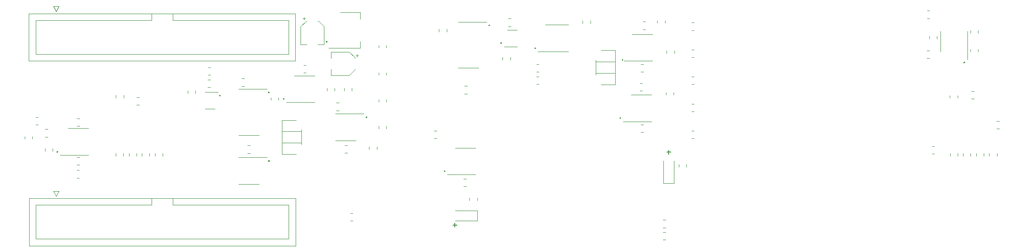
<source format=gbo>
G04 #@! TF.GenerationSoftware,KiCad,Pcbnew,5.1.10-6.fc34*
G04 #@! TF.CreationDate,2021-10-25T16:54:18+02:00*
G04 #@! TF.ProjectId,Amp Module,416d7020-4d6f-4647-956c-652e6b696361,rev?*
G04 #@! TF.SameCoordinates,Original*
G04 #@! TF.FileFunction,Legend,Bot*
G04 #@! TF.FilePolarity,Positive*
%FSLAX46Y46*%
G04 Gerber Fmt 4.6, Leading zero omitted, Abs format (unit mm)*
G04 Created by KiCad (PCBNEW 5.1.10-6.fc34) date 2021-10-25 16:54:18*
%MOMM*%
%LPD*%
G01*
G04 APERTURE LIST*
%ADD10C,0.150000*%
%ADD11C,0.200000*%
%ADD12C,0.120000*%
%ADD13C,2.000000*%
%ADD14R,2.000000X2.000000*%
%ADD15C,1.000000*%
%ADD16C,1.700000*%
%ADD17C,1.620000*%
%ADD18R,1.300000X1.700000*%
%ADD19R,1.700000X1.300000*%
%ADD20C,1.800000*%
%ADD21R,1.800000X1.800000*%
%ADD22R,2.000000X3.800000*%
%ADD23R,2.000000X1.500000*%
%ADD24R,1.060000X0.650000*%
G04 APERTURE END LIST*
D10*
X139903152Y-43540371D02*
X139141247Y-43540371D01*
X139522200Y-43159419D02*
X139522200Y-43921323D01*
X98920252Y-57520531D02*
X98158347Y-57520531D01*
X98539300Y-57139579D02*
X98539300Y-57901483D01*
D11*
X196233720Y-26291540D02*
G75*
G03*
X196233720Y-26291540I-100000J0D01*
G01*
X130346120Y-36979860D02*
G75*
G03*
X130346120Y-36979860I-100000J0D01*
G01*
X130752520Y-25814020D02*
G75*
G03*
X130752520Y-25814020I-100000J0D01*
G01*
X114046940Y-23555960D02*
G75*
G03*
X114046940Y-23555960I-100000J0D01*
G01*
X107503900Y-22570440D02*
G75*
G03*
X107503900Y-22570440I-100000J0D01*
G01*
X96701280Y-47183040D02*
G75*
G03*
X96701280Y-47183040I-100000J0D01*
G01*
X105228060Y-19159220D02*
G75*
G03*
X105228060Y-19159220I-100000J0D01*
G01*
X74110520Y-22316440D02*
G75*
G03*
X74110520Y-22316440I-100000J0D01*
G01*
X81717820Y-36827460D02*
G75*
G03*
X81717820Y-36827460I-100000J0D01*
G01*
X65870760Y-33289240D02*
G75*
G03*
X65870760Y-33289240I-100000J0D01*
G01*
X22502800Y-43467020D02*
G75*
G03*
X22502800Y-43467020I-100000J0D01*
G01*
X63033580Y-45227240D02*
G75*
G03*
X63033580Y-45227240I-100000J0D01*
G01*
X53643200Y-32669480D02*
G75*
G03*
X53643200Y-32669480I-100000J0D01*
G01*
X63013260Y-32064960D02*
G75*
G03*
X63013260Y-32064960I-100000J0D01*
G01*
D12*
X16951500Y-16890300D02*
X16951500Y-26010300D01*
X16951500Y-26010300D02*
X68011500Y-26010300D01*
X68011500Y-26010300D02*
X68011500Y-16890300D01*
X68011500Y-16890300D02*
X16951500Y-16890300D01*
X40431500Y-16890300D02*
X40431500Y-18200300D01*
X40431500Y-18200300D02*
X18251500Y-18200300D01*
X18251500Y-18200300D02*
X18251500Y-24700300D01*
X18251500Y-24700300D02*
X66711500Y-24700300D01*
X66711500Y-24700300D02*
X66711500Y-18200300D01*
X66711500Y-18200300D02*
X44531500Y-18200300D01*
X44531500Y-18200300D02*
X44531500Y-18200300D01*
X44531500Y-18200300D02*
X44531500Y-16890300D01*
X22161500Y-16500300D02*
X21661500Y-15500300D01*
X21661500Y-15500300D02*
X22661500Y-15500300D01*
X22661500Y-15500300D02*
X22161500Y-16500300D01*
X74060380Y-31191568D02*
X74060380Y-31714072D01*
X75530380Y-31191568D02*
X75530380Y-31714072D01*
X59351812Y-43742280D02*
X58829308Y-43742280D01*
X59351812Y-42272280D02*
X58829308Y-42272280D01*
X69715380Y-33949320D02*
X66265380Y-33949320D01*
X69715380Y-33949320D02*
X71665380Y-33949320D01*
X69715380Y-28829320D02*
X67765380Y-28829320D01*
X69715380Y-28829320D02*
X71665380Y-28829320D01*
X134165708Y-38261620D02*
X134688212Y-38261620D01*
X134165708Y-39731620D02*
X134688212Y-39731620D01*
X129248400Y-28373560D02*
X129248400Y-26133560D01*
X125507400Y-28373560D02*
X129248400Y-28373560D01*
X126553400Y-30523560D02*
X129248400Y-30523560D01*
X126553400Y-23983560D02*
X129248400Y-23983560D01*
X129248400Y-30523560D02*
X129248400Y-23983560D01*
X125507400Y-28373560D02*
X125507400Y-26133560D01*
X125507400Y-26133560D02*
X129248400Y-26133560D01*
X125507400Y-28687560D02*
X125507400Y-25818560D01*
X69196300Y-39206640D02*
X69196300Y-42075640D01*
X69196300Y-41760640D02*
X65455300Y-41760640D01*
X69196300Y-39520640D02*
X69196300Y-41760640D01*
X65455300Y-37370640D02*
X65455300Y-43910640D01*
X68150300Y-43910640D02*
X65455300Y-43910640D01*
X68150300Y-37370640D02*
X65455300Y-37370640D01*
X69196300Y-39520640D02*
X65455300Y-39520640D01*
X65455300Y-39520640D02*
X65455300Y-41760640D01*
X85441460Y-28231096D02*
X85441460Y-28685224D01*
X83971460Y-28231096D02*
X83971460Y-28685224D01*
X108773328Y-17865420D02*
X109295832Y-17865420D01*
X108773328Y-19335420D02*
X109295832Y-19335420D01*
X26607504Y-47009380D02*
X26153376Y-47009380D01*
X26607504Y-48479380D02*
X26153376Y-48479380D01*
X21514740Y-43362512D02*
X21514740Y-42840008D01*
X20044740Y-43362512D02*
X20044740Y-42840008D01*
X202871252Y-37555000D02*
X202348748Y-37555000D01*
X202871252Y-39025000D02*
X202348748Y-39025000D01*
X26144588Y-38507340D02*
X26667092Y-38507340D01*
X26144588Y-37037340D02*
X26667092Y-37037340D01*
X189463312Y-23989360D02*
X188940808Y-23989360D01*
X189463312Y-25459360D02*
X188940808Y-25459360D01*
X26677252Y-45987640D02*
X26154748Y-45987640D01*
X26677252Y-44517640D02*
X26154748Y-44517640D01*
X197354520Y-20614272D02*
X197354520Y-20091768D01*
X198824520Y-20614272D02*
X198824520Y-20091768D01*
X73509540Y-22867020D02*
X72309540Y-22867020D01*
X68989540Y-22867020D02*
X70189540Y-22867020D01*
X68989540Y-19411457D02*
X68989540Y-22867020D01*
X73509540Y-19411457D02*
X73509540Y-22867020D01*
X72445103Y-18347020D02*
X72309540Y-18347020D01*
X70053977Y-18347020D02*
X70189540Y-18347020D01*
X70053977Y-18347020D02*
X68989540Y-19411457D01*
X72445103Y-18347020D02*
X73509540Y-19411457D01*
X69689540Y-17607020D02*
X69689540Y-18107020D01*
X69439540Y-17857020D02*
X69939540Y-17857020D01*
X79864400Y-24702520D02*
X79864400Y-25202520D01*
X80114400Y-24952520D02*
X79614400Y-24952520D01*
X79374400Y-27708083D02*
X78309963Y-28772520D01*
X79374400Y-25316957D02*
X78309963Y-24252520D01*
X79374400Y-25316957D02*
X79374400Y-25452520D01*
X79374400Y-27708083D02*
X79374400Y-27572520D01*
X78309963Y-28772520D02*
X74854400Y-28772520D01*
X78309963Y-24252520D02*
X74854400Y-24252520D01*
X74854400Y-24252520D02*
X74854400Y-25452520D01*
X74854400Y-28772520D02*
X74854400Y-27572520D01*
X102817600Y-52851952D02*
X102817600Y-52329448D01*
X101347600Y-52851952D02*
X101347600Y-52329448D01*
X100946852Y-32304660D02*
X100424348Y-32304660D01*
X100946852Y-30834660D02*
X100424348Y-30834660D01*
X100256708Y-48637520D02*
X100779212Y-48637520D01*
X100256708Y-50107520D02*
X100779212Y-50107520D01*
X123023960Y-18257888D02*
X123023960Y-18780392D01*
X124493960Y-18257888D02*
X124493960Y-18780392D01*
X95505600Y-20390752D02*
X95505600Y-19868248D01*
X96975600Y-20390752D02*
X96975600Y-19868248D01*
X51731812Y-31062600D02*
X51209308Y-31062600D01*
X51731812Y-29592600D02*
X51209308Y-29592600D01*
X58249412Y-29379240D02*
X57726908Y-29379240D01*
X58249412Y-30849240D02*
X57726908Y-30849240D01*
X76374892Y-34045220D02*
X75852388Y-34045220D01*
X76374892Y-35515220D02*
X75852388Y-35515220D01*
X134153008Y-28128900D02*
X134675512Y-28128900D01*
X134153008Y-26658900D02*
X134675512Y-26658900D01*
X98585080Y-54742840D02*
X102885080Y-54742840D01*
X102885080Y-54742840D02*
X102885080Y-56742840D01*
X102885080Y-56742840D02*
X98585080Y-56742840D01*
X138504420Y-49514600D02*
X138504420Y-45214600D01*
X140504420Y-49514600D02*
X138504420Y-49514600D01*
X140504420Y-45214600D02*
X140504420Y-49514600D01*
X22686900Y-50996800D02*
X22186900Y-51996800D01*
X21686900Y-50996800D02*
X22686900Y-50996800D01*
X22186900Y-51996800D02*
X21686900Y-50996800D01*
X44556900Y-53696800D02*
X44556900Y-52386800D01*
X44556900Y-53696800D02*
X44556900Y-53696800D01*
X66736900Y-53696800D02*
X44556900Y-53696800D01*
X66736900Y-60196800D02*
X66736900Y-53696800D01*
X18276900Y-60196800D02*
X66736900Y-60196800D01*
X18276900Y-53696800D02*
X18276900Y-60196800D01*
X40456900Y-53696800D02*
X18276900Y-53696800D01*
X40456900Y-52386800D02*
X40456900Y-53696800D01*
X68036900Y-52386800D02*
X16976900Y-52386800D01*
X68036900Y-61506800D02*
X68036900Y-52386800D01*
X16976900Y-61506800D02*
X68036900Y-61506800D01*
X16976900Y-52386800D02*
X16976900Y-61506800D01*
X18261596Y-36775720D02*
X18715724Y-36775720D01*
X18261596Y-38245720D02*
X18715724Y-38245720D01*
X189051196Y-17834280D02*
X189505324Y-17834280D01*
X189051196Y-16364280D02*
X189505324Y-16364280D01*
X16148380Y-40545016D02*
X16148380Y-40999144D01*
X17618380Y-40545016D02*
X17618380Y-40999144D01*
X198824520Y-23773396D02*
X198824520Y-24227524D01*
X197354520Y-23773396D02*
X197354520Y-24227524D01*
X20547064Y-39125220D02*
X20092936Y-39125220D01*
X20547064Y-40595220D02*
X20092936Y-40595220D01*
X190912420Y-21718004D02*
X190912420Y-21263876D01*
X189442420Y-21718004D02*
X189442420Y-21263876D01*
X189960516Y-42384040D02*
X190414644Y-42384040D01*
X189960516Y-43854040D02*
X190414644Y-43854040D01*
X42573240Y-43768276D02*
X42573240Y-44222404D01*
X41103240Y-43768276D02*
X41103240Y-44222404D01*
X40071340Y-43787956D02*
X40071340Y-44242084D01*
X38601340Y-43787956D02*
X38601340Y-44242084D01*
X36117220Y-43791136D02*
X36117220Y-44245264D01*
X37587220Y-43791136D02*
X37587220Y-44245264D01*
X33605160Y-43791136D02*
X33605160Y-44245264D01*
X35075160Y-43791136D02*
X35075160Y-44245264D01*
X33635000Y-33047064D02*
X33635000Y-32592936D01*
X35105000Y-33047064D02*
X35105000Y-32592936D01*
X38057064Y-32995000D02*
X37602936Y-32995000D01*
X38057064Y-34465000D02*
X37602936Y-34465000D01*
X200913700Y-43783676D02*
X200913700Y-44237804D01*
X202383700Y-43783676D02*
X202383700Y-44237804D01*
X199883700Y-43783676D02*
X199883700Y-44237804D01*
X198413700Y-43783676D02*
X198413700Y-44237804D01*
X195913700Y-43783676D02*
X195913700Y-44237804D01*
X197383700Y-43783676D02*
X197383700Y-44237804D01*
X194883700Y-43783676D02*
X194883700Y-44237804D01*
X193413700Y-43783676D02*
X193413700Y-44237804D01*
X194875000Y-33107064D02*
X194875000Y-32652936D01*
X193405000Y-33107064D02*
X193405000Y-32652936D01*
X197997064Y-33245000D02*
X197542936Y-33245000D01*
X197997064Y-31775000D02*
X197542936Y-31775000D01*
X78520556Y-56706440D02*
X78974684Y-56706440D01*
X78520556Y-55236440D02*
X78974684Y-55236440D01*
X138456936Y-58878800D02*
X138911064Y-58878800D01*
X138456936Y-60348800D02*
X138911064Y-60348800D01*
X114659144Y-26623340D02*
X114205016Y-26623340D01*
X114659144Y-28093340D02*
X114205016Y-28093340D01*
X138454396Y-56577560D02*
X138908524Y-56577560D01*
X138454396Y-58047560D02*
X138908524Y-58047560D01*
X109172680Y-25320256D02*
X109172680Y-25774384D01*
X107702680Y-25320256D02*
X107702680Y-25774384D01*
X141428800Y-46353464D02*
X141428800Y-45899336D01*
X142898800Y-46353464D02*
X142898800Y-45899336D01*
X94578436Y-39432560D02*
X95032564Y-39432560D01*
X94578436Y-40902560D02*
X95032564Y-40902560D01*
X144361904Y-39424940D02*
X143907776Y-39424940D01*
X144361904Y-40894940D02*
X143907776Y-40894940D01*
X114659144Y-30496180D02*
X114205016Y-30496180D01*
X114659144Y-29026180D02*
X114205016Y-29026180D01*
X48845140Y-31759156D02*
X48845140Y-32213284D01*
X47375140Y-31759156D02*
X47375140Y-32213284D01*
X51276516Y-28690240D02*
X51730644Y-28690240D01*
X51276516Y-27220240D02*
X51730644Y-27220240D01*
X64768400Y-33516304D02*
X64768400Y-33062176D01*
X63298400Y-33516304D02*
X63298400Y-33062176D01*
X69577216Y-26816380D02*
X70031344Y-26816380D01*
X69577216Y-28286380D02*
X70031344Y-28286380D01*
X77377620Y-31253696D02*
X77377620Y-31707824D01*
X78847620Y-31253696D02*
X78847620Y-31707824D01*
X83620280Y-42518596D02*
X83620280Y-42972724D01*
X82150280Y-42518596D02*
X82150280Y-42972724D01*
X77484236Y-42224020D02*
X77938364Y-42224020D01*
X77484236Y-43694020D02*
X77938364Y-43694020D01*
X83968920Y-33430476D02*
X83968920Y-33884604D01*
X85438920Y-33430476D02*
X85438920Y-33884604D01*
X85438920Y-38540956D02*
X85438920Y-38995084D01*
X83968920Y-38540956D02*
X83968920Y-38995084D01*
X83971460Y-22996156D02*
X83971460Y-23450284D01*
X85441460Y-22996156D02*
X85441460Y-23450284D01*
X135029944Y-18472480D02*
X134575816Y-18472480D01*
X135029944Y-19942480D02*
X134575816Y-19942480D01*
X137357180Y-18256516D02*
X137357180Y-18710644D01*
X138827180Y-18256516D02*
X138827180Y-18710644D01*
X139114860Y-24062956D02*
X139114860Y-24517084D01*
X140584860Y-24062956D02*
X140584860Y-24517084D01*
X134014476Y-31743320D02*
X134468604Y-31743320D01*
X134014476Y-30273320D02*
X134468604Y-30273320D01*
X140480720Y-32495224D02*
X140480720Y-32041096D01*
X139010720Y-32495224D02*
X139010720Y-32041096D01*
X144361904Y-23829340D02*
X143907776Y-23829340D01*
X144361904Y-25299340D02*
X143907776Y-25299340D01*
X144361904Y-30501260D02*
X143907776Y-30501260D01*
X144361904Y-29031260D02*
X143907776Y-29031260D01*
X144361904Y-34238260D02*
X143907776Y-34238260D01*
X144361904Y-35708260D02*
X143907776Y-35708260D01*
X144361904Y-20107580D02*
X143907776Y-20107580D01*
X144361904Y-18637580D02*
X143907776Y-18637580D01*
X26375360Y-38953760D02*
X28325360Y-38953760D01*
X26375360Y-38953760D02*
X24425360Y-38953760D01*
X26375360Y-44073760D02*
X28325360Y-44073760D01*
X26375360Y-44073760D02*
X22925360Y-44073760D01*
X191628080Y-22250400D02*
X191628080Y-20300400D01*
X191628080Y-22250400D02*
X191628080Y-24200400D01*
X196748080Y-22250400D02*
X196748080Y-20300400D01*
X196748080Y-22250400D02*
X196748080Y-25700400D01*
X74370760Y-23506480D02*
X80380760Y-23506480D01*
X76620760Y-16686480D02*
X80380760Y-16686480D01*
X80380760Y-23506480D02*
X80380760Y-22246480D01*
X80380760Y-16686480D02*
X80380760Y-17946480D01*
X100576380Y-42718040D02*
X102526380Y-42718040D01*
X100576380Y-42718040D02*
X98626380Y-42718040D01*
X100576380Y-47838040D02*
X102526380Y-47838040D01*
X100576380Y-47838040D02*
X97126380Y-47838040D01*
X110452740Y-23230480D02*
X108002740Y-23230480D01*
X108652740Y-20010480D02*
X110452740Y-20010480D01*
X118069360Y-24215240D02*
X114469360Y-24215240D01*
X118069360Y-24215240D02*
X120269360Y-24215240D01*
X118069360Y-18995240D02*
X115869360Y-18995240D01*
X118069360Y-18995240D02*
X120269360Y-18995240D01*
X101160580Y-27366120D02*
X99210580Y-27366120D01*
X101160580Y-27366120D02*
X103110580Y-27366120D01*
X101160580Y-18496120D02*
X99210580Y-18496120D01*
X101160580Y-18496120D02*
X104610580Y-18496120D01*
X50733120Y-32006900D02*
X53183120Y-32006900D01*
X52533120Y-35226900D02*
X50733120Y-35226900D01*
X59085480Y-49677000D02*
X57135480Y-49677000D01*
X59085480Y-49677000D02*
X61035480Y-49677000D01*
X59085480Y-44557000D02*
X57135480Y-44557000D01*
X59085480Y-44557000D02*
X62535480Y-44557000D01*
X77635100Y-41289920D02*
X75685100Y-41289920D01*
X77635100Y-41289920D02*
X79585100Y-41289920D01*
X77635100Y-36169920D02*
X75685100Y-36169920D01*
X77635100Y-36169920D02*
X81085100Y-36169920D01*
X59100720Y-31399320D02*
X62550720Y-31399320D01*
X59100720Y-31399320D02*
X57150720Y-31399320D01*
X59100720Y-40269320D02*
X61050720Y-40269320D01*
X59100720Y-40269320D02*
X57150720Y-40269320D01*
X134432040Y-25976260D02*
X130982040Y-25976260D01*
X134432040Y-25976260D02*
X136382040Y-25976260D01*
X134432040Y-20856260D02*
X132482040Y-20856260D01*
X134432040Y-20856260D02*
X136382040Y-20856260D01*
X134241540Y-32512320D02*
X136191540Y-32512320D01*
X134241540Y-32512320D02*
X132291540Y-32512320D01*
X134241540Y-37632320D02*
X136191540Y-37632320D01*
X134241540Y-37632320D02*
X130791540Y-37632320D01*
%LPC*%
D13*
X36740000Y-47890000D03*
X39240000Y-47890000D03*
X34240000Y-47890000D03*
X41740000Y-47890000D03*
D14*
X44240000Y-47890000D03*
X44240000Y-29590000D03*
D13*
X41740000Y-29590000D03*
X34240000Y-29590000D03*
X36740000Y-29590000D03*
X39240000Y-29590000D03*
X47240000Y-37640000D03*
X31240000Y-37640000D03*
X196740000Y-47890000D03*
X199240000Y-47890000D03*
X194240000Y-47890000D03*
X201740000Y-47890000D03*
D14*
X204240000Y-47890000D03*
X204240000Y-29590000D03*
D13*
X201740000Y-29590000D03*
X194240000Y-29590000D03*
X196740000Y-29590000D03*
X199240000Y-29590000D03*
X207240000Y-37640000D03*
X191240000Y-37640000D03*
X149240000Y-50540000D03*
X149240000Y-55940000D03*
X146700000Y-55780000D03*
X146700000Y-50700000D03*
X151780000Y-50700000D03*
X151780000Y-55780000D03*
D15*
X146700000Y-53240000D03*
X86700000Y-53240000D03*
D13*
X91780000Y-55780000D03*
X91780000Y-50700000D03*
X86700000Y-50700000D03*
X86700000Y-55780000D03*
X89240000Y-55940000D03*
X89240000Y-50540000D03*
D16*
X62801500Y-22720300D03*
X60261500Y-22720300D03*
X57721500Y-22720300D03*
X55181500Y-22720300D03*
X52641500Y-22720300D03*
X50101500Y-22720300D03*
X47561500Y-22720300D03*
X45021500Y-22720300D03*
X42481500Y-22720300D03*
X39941500Y-22720300D03*
X37401500Y-22720300D03*
X34861500Y-22720300D03*
X32321500Y-22720300D03*
X29781500Y-22720300D03*
X27241500Y-22720300D03*
X24701500Y-22720300D03*
X22161500Y-22720300D03*
X62801500Y-20180300D03*
X60261500Y-20180300D03*
X57721500Y-20180300D03*
X55181500Y-20180300D03*
X52641500Y-20180300D03*
X50101500Y-20180300D03*
X47561500Y-20180300D03*
X45021500Y-20180300D03*
X42481500Y-20180300D03*
X39941500Y-20180300D03*
X37401500Y-20180300D03*
X34861500Y-20180300D03*
X32321500Y-20180300D03*
X29781500Y-20180300D03*
X27241500Y-20180300D03*
X24701500Y-20180300D03*
G36*
G01*
X21561500Y-19330300D02*
X22761500Y-19330300D01*
G75*
G02*
X23011500Y-19580300I0J-250000D01*
G01*
X23011500Y-20780300D01*
G75*
G02*
X22761500Y-21030300I-250000J0D01*
G01*
X21561500Y-21030300D01*
G75*
G02*
X21311500Y-20780300I0J250000D01*
G01*
X21311500Y-19580300D01*
G75*
G02*
X21561500Y-19330300I250000J0D01*
G01*
G37*
G36*
G01*
X74320380Y-31902820D02*
X75270380Y-31902820D01*
G75*
G02*
X75520380Y-32152820I0J-250000D01*
G01*
X75520380Y-32652820D01*
G75*
G02*
X75270380Y-32902820I-250000J0D01*
G01*
X74320380Y-32902820D01*
G75*
G02*
X74070380Y-32652820I0J250000D01*
G01*
X74070380Y-32152820D01*
G75*
G02*
X74320380Y-31902820I250000J0D01*
G01*
G37*
G36*
G01*
X74320380Y-30002820D02*
X75270380Y-30002820D01*
G75*
G02*
X75520380Y-30252820I0J-250000D01*
G01*
X75520380Y-30752820D01*
G75*
G02*
X75270380Y-31002820I-250000J0D01*
G01*
X74320380Y-31002820D01*
G75*
G02*
X74070380Y-30752820I0J250000D01*
G01*
X74070380Y-30252820D01*
G75*
G02*
X74320380Y-30002820I250000J0D01*
G01*
G37*
G36*
G01*
X60540560Y-42532280D02*
X60540560Y-43482280D01*
G75*
G02*
X60290560Y-43732280I-250000J0D01*
G01*
X59790560Y-43732280D01*
G75*
G02*
X59540560Y-43482280I0J250000D01*
G01*
X59540560Y-42532280D01*
G75*
G02*
X59790560Y-42282280I250000J0D01*
G01*
X60290560Y-42282280D01*
G75*
G02*
X60540560Y-42532280I0J-250000D01*
G01*
G37*
G36*
G01*
X58640560Y-42532280D02*
X58640560Y-43482280D01*
G75*
G02*
X58390560Y-43732280I-250000J0D01*
G01*
X57890560Y-43732280D01*
G75*
G02*
X57640560Y-43482280I0J250000D01*
G01*
X57640560Y-42532280D01*
G75*
G02*
X57890560Y-42282280I250000J0D01*
G01*
X58390560Y-42282280D01*
G75*
G02*
X58640560Y-42532280I0J-250000D01*
G01*
G37*
G36*
G01*
X66265380Y-33444320D02*
X66265380Y-33144320D01*
G75*
G02*
X66415380Y-32994320I150000J0D01*
G01*
X68065380Y-32994320D01*
G75*
G02*
X68215380Y-33144320I0J-150000D01*
G01*
X68215380Y-33444320D01*
G75*
G02*
X68065380Y-33594320I-150000J0D01*
G01*
X66415380Y-33594320D01*
G75*
G02*
X66265380Y-33444320I0J150000D01*
G01*
G37*
G36*
G01*
X66265380Y-32174320D02*
X66265380Y-31874320D01*
G75*
G02*
X66415380Y-31724320I150000J0D01*
G01*
X68065380Y-31724320D01*
G75*
G02*
X68215380Y-31874320I0J-150000D01*
G01*
X68215380Y-32174320D01*
G75*
G02*
X68065380Y-32324320I-150000J0D01*
G01*
X66415380Y-32324320D01*
G75*
G02*
X66265380Y-32174320I0J150000D01*
G01*
G37*
G36*
G01*
X66265380Y-30904320D02*
X66265380Y-30604320D01*
G75*
G02*
X66415380Y-30454320I150000J0D01*
G01*
X68065380Y-30454320D01*
G75*
G02*
X68215380Y-30604320I0J-150000D01*
G01*
X68215380Y-30904320D01*
G75*
G02*
X68065380Y-31054320I-150000J0D01*
G01*
X66415380Y-31054320D01*
G75*
G02*
X66265380Y-30904320I0J150000D01*
G01*
G37*
G36*
G01*
X66265380Y-29634320D02*
X66265380Y-29334320D01*
G75*
G02*
X66415380Y-29184320I150000J0D01*
G01*
X68065380Y-29184320D01*
G75*
G02*
X68215380Y-29334320I0J-150000D01*
G01*
X68215380Y-29634320D01*
G75*
G02*
X68065380Y-29784320I-150000J0D01*
G01*
X66415380Y-29784320D01*
G75*
G02*
X66265380Y-29634320I0J150000D01*
G01*
G37*
G36*
G01*
X71215380Y-29634320D02*
X71215380Y-29334320D01*
G75*
G02*
X71365380Y-29184320I150000J0D01*
G01*
X73015380Y-29184320D01*
G75*
G02*
X73165380Y-29334320I0J-150000D01*
G01*
X73165380Y-29634320D01*
G75*
G02*
X73015380Y-29784320I-150000J0D01*
G01*
X71365380Y-29784320D01*
G75*
G02*
X71215380Y-29634320I0J150000D01*
G01*
G37*
G36*
G01*
X71215380Y-30904320D02*
X71215380Y-30604320D01*
G75*
G02*
X71365380Y-30454320I150000J0D01*
G01*
X73015380Y-30454320D01*
G75*
G02*
X73165380Y-30604320I0J-150000D01*
G01*
X73165380Y-30904320D01*
G75*
G02*
X73015380Y-31054320I-150000J0D01*
G01*
X71365380Y-31054320D01*
G75*
G02*
X71215380Y-30904320I0J150000D01*
G01*
G37*
G36*
G01*
X71215380Y-32174320D02*
X71215380Y-31874320D01*
G75*
G02*
X71365380Y-31724320I150000J0D01*
G01*
X73015380Y-31724320D01*
G75*
G02*
X73165380Y-31874320I0J-150000D01*
G01*
X73165380Y-32174320D01*
G75*
G02*
X73015380Y-32324320I-150000J0D01*
G01*
X71365380Y-32324320D01*
G75*
G02*
X71215380Y-32174320I0J150000D01*
G01*
G37*
G36*
G01*
X71215380Y-33444320D02*
X71215380Y-33144320D01*
G75*
G02*
X71365380Y-32994320I150000J0D01*
G01*
X73015380Y-32994320D01*
G75*
G02*
X73165380Y-33144320I0J-150000D01*
G01*
X73165380Y-33444320D01*
G75*
G02*
X73015380Y-33594320I-150000J0D01*
G01*
X71365380Y-33594320D01*
G75*
G02*
X71215380Y-33444320I0J150000D01*
G01*
G37*
G36*
G01*
X132976960Y-39471620D02*
X132976960Y-38521620D01*
G75*
G02*
X133226960Y-38271620I250000J0D01*
G01*
X133726960Y-38271620D01*
G75*
G02*
X133976960Y-38521620I0J-250000D01*
G01*
X133976960Y-39471620D01*
G75*
G02*
X133726960Y-39721620I-250000J0D01*
G01*
X133226960Y-39721620D01*
G75*
G02*
X132976960Y-39471620I0J250000D01*
G01*
G37*
G36*
G01*
X134876960Y-39471620D02*
X134876960Y-38521620D01*
G75*
G02*
X135126960Y-38271620I250000J0D01*
G01*
X135626960Y-38271620D01*
G75*
G02*
X135876960Y-38521620I0J-250000D01*
G01*
X135876960Y-39471620D01*
G75*
G02*
X135626960Y-39721620I-250000J0D01*
G01*
X135126960Y-39721620D01*
G75*
G02*
X134876960Y-39471620I0J250000D01*
G01*
G37*
D17*
X128128400Y-27253560D03*
X125628400Y-24753560D03*
X125628400Y-29753560D03*
X69075300Y-38140640D03*
X69075300Y-43140640D03*
X66575300Y-40640640D03*
G36*
G01*
X84256458Y-27033160D02*
X85156462Y-27033160D01*
G75*
G02*
X85406460Y-27283158I0J-249998D01*
G01*
X85406460Y-27808162D01*
G75*
G02*
X85156462Y-28058160I-249998J0D01*
G01*
X84256458Y-28058160D01*
G75*
G02*
X84006460Y-27808162I0J249998D01*
G01*
X84006460Y-27283158D01*
G75*
G02*
X84256458Y-27033160I249998J0D01*
G01*
G37*
G36*
G01*
X84256458Y-28858160D02*
X85156462Y-28858160D01*
G75*
G02*
X85406460Y-29108158I0J-249998D01*
G01*
X85406460Y-29633162D01*
G75*
G02*
X85156462Y-29883160I-249998J0D01*
G01*
X84256458Y-29883160D01*
G75*
G02*
X84006460Y-29633162I0J249998D01*
G01*
X84006460Y-29108158D01*
G75*
G02*
X84256458Y-28858160I249998J0D01*
G01*
G37*
G36*
G01*
X109484580Y-19075420D02*
X109484580Y-18125420D01*
G75*
G02*
X109734580Y-17875420I250000J0D01*
G01*
X110234580Y-17875420D01*
G75*
G02*
X110484580Y-18125420I0J-250000D01*
G01*
X110484580Y-19075420D01*
G75*
G02*
X110234580Y-19325420I-250000J0D01*
G01*
X109734580Y-19325420D01*
G75*
G02*
X109484580Y-19075420I0J250000D01*
G01*
G37*
G36*
G01*
X107584580Y-19075420D02*
X107584580Y-18125420D01*
G75*
G02*
X107834580Y-17875420I250000J0D01*
G01*
X108334580Y-17875420D01*
G75*
G02*
X108584580Y-18125420I0J-250000D01*
G01*
X108584580Y-19075420D01*
G75*
G02*
X108334580Y-19325420I-250000J0D01*
G01*
X107834580Y-19325420D01*
G75*
G02*
X107584580Y-19075420I0J250000D01*
G01*
G37*
G36*
G01*
X25980440Y-47294378D02*
X25980440Y-48194382D01*
G75*
G02*
X25730442Y-48444380I-249998J0D01*
G01*
X25205438Y-48444380D01*
G75*
G02*
X24955440Y-48194382I0J249998D01*
G01*
X24955440Y-47294378D01*
G75*
G02*
X25205438Y-47044380I249998J0D01*
G01*
X25730442Y-47044380D01*
G75*
G02*
X25980440Y-47294378I0J-249998D01*
G01*
G37*
G36*
G01*
X27805440Y-47294378D02*
X27805440Y-48194382D01*
G75*
G02*
X27555442Y-48444380I-249998J0D01*
G01*
X27030438Y-48444380D01*
G75*
G02*
X26780440Y-48194382I0J249998D01*
G01*
X26780440Y-47294378D01*
G75*
G02*
X27030438Y-47044380I249998J0D01*
G01*
X27555442Y-47044380D01*
G75*
G02*
X27805440Y-47294378I0J-249998D01*
G01*
G37*
G36*
G01*
X21254740Y-42651260D02*
X20304740Y-42651260D01*
G75*
G02*
X20054740Y-42401260I0J250000D01*
G01*
X20054740Y-41901260D01*
G75*
G02*
X20304740Y-41651260I250000J0D01*
G01*
X21254740Y-41651260D01*
G75*
G02*
X21504740Y-41901260I0J-250000D01*
G01*
X21504740Y-42401260D01*
G75*
G02*
X21254740Y-42651260I-250000J0D01*
G01*
G37*
G36*
G01*
X21254740Y-44551260D02*
X20304740Y-44551260D01*
G75*
G02*
X20054740Y-44301260I0J250000D01*
G01*
X20054740Y-43801260D01*
G75*
G02*
X20304740Y-43551260I250000J0D01*
G01*
X21254740Y-43551260D01*
G75*
G02*
X21504740Y-43801260I0J-250000D01*
G01*
X21504740Y-44301260D01*
G75*
G02*
X21254740Y-44551260I-250000J0D01*
G01*
G37*
G36*
G01*
X202160000Y-37815000D02*
X202160000Y-38765000D01*
G75*
G02*
X201910000Y-39015000I-250000J0D01*
G01*
X201410000Y-39015000D01*
G75*
G02*
X201160000Y-38765000I0J250000D01*
G01*
X201160000Y-37815000D01*
G75*
G02*
X201410000Y-37565000I250000J0D01*
G01*
X201910000Y-37565000D01*
G75*
G02*
X202160000Y-37815000I0J-250000D01*
G01*
G37*
G36*
G01*
X204060000Y-37815000D02*
X204060000Y-38765000D01*
G75*
G02*
X203810000Y-39015000I-250000J0D01*
G01*
X203310000Y-39015000D01*
G75*
G02*
X203060000Y-38765000I0J250000D01*
G01*
X203060000Y-37815000D01*
G75*
G02*
X203310000Y-37565000I250000J0D01*
G01*
X203810000Y-37565000D01*
G75*
G02*
X204060000Y-37815000I0J-250000D01*
G01*
G37*
G36*
G01*
X26855840Y-38247340D02*
X26855840Y-37297340D01*
G75*
G02*
X27105840Y-37047340I250000J0D01*
G01*
X27605840Y-37047340D01*
G75*
G02*
X27855840Y-37297340I0J-250000D01*
G01*
X27855840Y-38247340D01*
G75*
G02*
X27605840Y-38497340I-250000J0D01*
G01*
X27105840Y-38497340D01*
G75*
G02*
X26855840Y-38247340I0J250000D01*
G01*
G37*
G36*
G01*
X24955840Y-38247340D02*
X24955840Y-37297340D01*
G75*
G02*
X25205840Y-37047340I250000J0D01*
G01*
X25705840Y-37047340D01*
G75*
G02*
X25955840Y-37297340I0J-250000D01*
G01*
X25955840Y-38247340D01*
G75*
G02*
X25705840Y-38497340I-250000J0D01*
G01*
X25205840Y-38497340D01*
G75*
G02*
X24955840Y-38247340I0J250000D01*
G01*
G37*
G36*
G01*
X188752060Y-24249360D02*
X188752060Y-25199360D01*
G75*
G02*
X188502060Y-25449360I-250000J0D01*
G01*
X188002060Y-25449360D01*
G75*
G02*
X187752060Y-25199360I0J250000D01*
G01*
X187752060Y-24249360D01*
G75*
G02*
X188002060Y-23999360I250000J0D01*
G01*
X188502060Y-23999360D01*
G75*
G02*
X188752060Y-24249360I0J-250000D01*
G01*
G37*
G36*
G01*
X190652060Y-24249360D02*
X190652060Y-25199360D01*
G75*
G02*
X190402060Y-25449360I-250000J0D01*
G01*
X189902060Y-25449360D01*
G75*
G02*
X189652060Y-25199360I0J250000D01*
G01*
X189652060Y-24249360D01*
G75*
G02*
X189902060Y-23999360I250000J0D01*
G01*
X190402060Y-23999360D01*
G75*
G02*
X190652060Y-24249360I0J-250000D01*
G01*
G37*
G36*
G01*
X27866000Y-44777640D02*
X27866000Y-45727640D01*
G75*
G02*
X27616000Y-45977640I-250000J0D01*
G01*
X27116000Y-45977640D01*
G75*
G02*
X26866000Y-45727640I0J250000D01*
G01*
X26866000Y-44777640D01*
G75*
G02*
X27116000Y-44527640I250000J0D01*
G01*
X27616000Y-44527640D01*
G75*
G02*
X27866000Y-44777640I0J-250000D01*
G01*
G37*
G36*
G01*
X25966000Y-44777640D02*
X25966000Y-45727640D01*
G75*
G02*
X25716000Y-45977640I-250000J0D01*
G01*
X25216000Y-45977640D01*
G75*
G02*
X24966000Y-45727640I0J250000D01*
G01*
X24966000Y-44777640D01*
G75*
G02*
X25216000Y-44527640I250000J0D01*
G01*
X25716000Y-44527640D01*
G75*
G02*
X25966000Y-44777640I0J-250000D01*
G01*
G37*
G36*
G01*
X198564520Y-21803020D02*
X197614520Y-21803020D01*
G75*
G02*
X197364520Y-21553020I0J250000D01*
G01*
X197364520Y-21053020D01*
G75*
G02*
X197614520Y-20803020I250000J0D01*
G01*
X198564520Y-20803020D01*
G75*
G02*
X198814520Y-21053020I0J-250000D01*
G01*
X198814520Y-21553020D01*
G75*
G02*
X198564520Y-21803020I-250000J0D01*
G01*
G37*
G36*
G01*
X198564520Y-19903020D02*
X197614520Y-19903020D01*
G75*
G02*
X197364520Y-19653020I0J250000D01*
G01*
X197364520Y-19153020D01*
G75*
G02*
X197614520Y-18903020I250000J0D01*
G01*
X198564520Y-18903020D01*
G75*
G02*
X198814520Y-19153020I0J-250000D01*
G01*
X198814520Y-19653020D01*
G75*
G02*
X198564520Y-19903020I-250000J0D01*
G01*
G37*
G36*
G01*
X70699540Y-21107020D02*
X71799540Y-21107020D01*
G75*
G02*
X72049540Y-21357020I0J-250000D01*
G01*
X72049540Y-23457020D01*
G75*
G02*
X71799540Y-23707020I-250000J0D01*
G01*
X70699540Y-23707020D01*
G75*
G02*
X70449540Y-23457020I0J250000D01*
G01*
X70449540Y-21357020D01*
G75*
G02*
X70699540Y-21107020I250000J0D01*
G01*
G37*
G36*
G01*
X70699540Y-17507020D02*
X71799540Y-17507020D01*
G75*
G02*
X72049540Y-17757020I0J-250000D01*
G01*
X72049540Y-19857020D01*
G75*
G02*
X71799540Y-20107020I-250000J0D01*
G01*
X70699540Y-20107020D01*
G75*
G02*
X70449540Y-19857020I0J250000D01*
G01*
X70449540Y-17757020D01*
G75*
G02*
X70699540Y-17507020I250000J0D01*
G01*
G37*
G36*
G01*
X80214400Y-25962520D02*
X80214400Y-27062520D01*
G75*
G02*
X79964400Y-27312520I-250000J0D01*
G01*
X77864400Y-27312520D01*
G75*
G02*
X77614400Y-27062520I0J250000D01*
G01*
X77614400Y-25962520D01*
G75*
G02*
X77864400Y-25712520I250000J0D01*
G01*
X79964400Y-25712520D01*
G75*
G02*
X80214400Y-25962520I0J-250000D01*
G01*
G37*
G36*
G01*
X76614400Y-25962520D02*
X76614400Y-27062520D01*
G75*
G02*
X76364400Y-27312520I-250000J0D01*
G01*
X74264400Y-27312520D01*
G75*
G02*
X74014400Y-27062520I0J250000D01*
G01*
X74014400Y-25962520D01*
G75*
G02*
X74264400Y-25712520I250000J0D01*
G01*
X76364400Y-25712520D01*
G75*
G02*
X76614400Y-25962520I0J-250000D01*
G01*
G37*
G36*
G01*
X102557600Y-52140700D02*
X101607600Y-52140700D01*
G75*
G02*
X101357600Y-51890700I0J250000D01*
G01*
X101357600Y-51390700D01*
G75*
G02*
X101607600Y-51140700I250000J0D01*
G01*
X102557600Y-51140700D01*
G75*
G02*
X102807600Y-51390700I0J-250000D01*
G01*
X102807600Y-51890700D01*
G75*
G02*
X102557600Y-52140700I-250000J0D01*
G01*
G37*
G36*
G01*
X102557600Y-54040700D02*
X101607600Y-54040700D01*
G75*
G02*
X101357600Y-53790700I0J250000D01*
G01*
X101357600Y-53290700D01*
G75*
G02*
X101607600Y-53040700I250000J0D01*
G01*
X102557600Y-53040700D01*
G75*
G02*
X102807600Y-53290700I0J-250000D01*
G01*
X102807600Y-53790700D01*
G75*
G02*
X102557600Y-54040700I-250000J0D01*
G01*
G37*
G36*
G01*
X102135600Y-31094660D02*
X102135600Y-32044660D01*
G75*
G02*
X101885600Y-32294660I-250000J0D01*
G01*
X101385600Y-32294660D01*
G75*
G02*
X101135600Y-32044660I0J250000D01*
G01*
X101135600Y-31094660D01*
G75*
G02*
X101385600Y-30844660I250000J0D01*
G01*
X101885600Y-30844660D01*
G75*
G02*
X102135600Y-31094660I0J-250000D01*
G01*
G37*
G36*
G01*
X100235600Y-31094660D02*
X100235600Y-32044660D01*
G75*
G02*
X99985600Y-32294660I-250000J0D01*
G01*
X99485600Y-32294660D01*
G75*
G02*
X99235600Y-32044660I0J250000D01*
G01*
X99235600Y-31094660D01*
G75*
G02*
X99485600Y-30844660I250000J0D01*
G01*
X99985600Y-30844660D01*
G75*
G02*
X100235600Y-31094660I0J-250000D01*
G01*
G37*
G36*
G01*
X99067960Y-49847520D02*
X99067960Y-48897520D01*
G75*
G02*
X99317960Y-48647520I250000J0D01*
G01*
X99817960Y-48647520D01*
G75*
G02*
X100067960Y-48897520I0J-250000D01*
G01*
X100067960Y-49847520D01*
G75*
G02*
X99817960Y-50097520I-250000J0D01*
G01*
X99317960Y-50097520D01*
G75*
G02*
X99067960Y-49847520I0J250000D01*
G01*
G37*
G36*
G01*
X100967960Y-49847520D02*
X100967960Y-48897520D01*
G75*
G02*
X101217960Y-48647520I250000J0D01*
G01*
X101717960Y-48647520D01*
G75*
G02*
X101967960Y-48897520I0J-250000D01*
G01*
X101967960Y-49847520D01*
G75*
G02*
X101717960Y-50097520I-250000J0D01*
G01*
X101217960Y-50097520D01*
G75*
G02*
X100967960Y-49847520I0J250000D01*
G01*
G37*
G36*
G01*
X123283960Y-18969140D02*
X124233960Y-18969140D01*
G75*
G02*
X124483960Y-19219140I0J-250000D01*
G01*
X124483960Y-19719140D01*
G75*
G02*
X124233960Y-19969140I-250000J0D01*
G01*
X123283960Y-19969140D01*
G75*
G02*
X123033960Y-19719140I0J250000D01*
G01*
X123033960Y-19219140D01*
G75*
G02*
X123283960Y-18969140I250000J0D01*
G01*
G37*
G36*
G01*
X123283960Y-17069140D02*
X124233960Y-17069140D01*
G75*
G02*
X124483960Y-17319140I0J-250000D01*
G01*
X124483960Y-17819140D01*
G75*
G02*
X124233960Y-18069140I-250000J0D01*
G01*
X123283960Y-18069140D01*
G75*
G02*
X123033960Y-17819140I0J250000D01*
G01*
X123033960Y-17319140D01*
G75*
G02*
X123283960Y-17069140I250000J0D01*
G01*
G37*
G36*
G01*
X96715600Y-21579500D02*
X95765600Y-21579500D01*
G75*
G02*
X95515600Y-21329500I0J250000D01*
G01*
X95515600Y-20829500D01*
G75*
G02*
X95765600Y-20579500I250000J0D01*
G01*
X96715600Y-20579500D01*
G75*
G02*
X96965600Y-20829500I0J-250000D01*
G01*
X96965600Y-21329500D01*
G75*
G02*
X96715600Y-21579500I-250000J0D01*
G01*
G37*
G36*
G01*
X96715600Y-19679500D02*
X95765600Y-19679500D01*
G75*
G02*
X95515600Y-19429500I0J250000D01*
G01*
X95515600Y-18929500D01*
G75*
G02*
X95765600Y-18679500I250000J0D01*
G01*
X96715600Y-18679500D01*
G75*
G02*
X96965600Y-18929500I0J-250000D01*
G01*
X96965600Y-19429500D01*
G75*
G02*
X96715600Y-19679500I-250000J0D01*
G01*
G37*
G36*
G01*
X52920560Y-29852600D02*
X52920560Y-30802600D01*
G75*
G02*
X52670560Y-31052600I-250000J0D01*
G01*
X52170560Y-31052600D01*
G75*
G02*
X51920560Y-30802600I0J250000D01*
G01*
X51920560Y-29852600D01*
G75*
G02*
X52170560Y-29602600I250000J0D01*
G01*
X52670560Y-29602600D01*
G75*
G02*
X52920560Y-29852600I0J-250000D01*
G01*
G37*
G36*
G01*
X51020560Y-29852600D02*
X51020560Y-30802600D01*
G75*
G02*
X50770560Y-31052600I-250000J0D01*
G01*
X50270560Y-31052600D01*
G75*
G02*
X50020560Y-30802600I0J250000D01*
G01*
X50020560Y-29852600D01*
G75*
G02*
X50270560Y-29602600I250000J0D01*
G01*
X50770560Y-29602600D01*
G75*
G02*
X51020560Y-29852600I0J-250000D01*
G01*
G37*
G36*
G01*
X57538160Y-29639240D02*
X57538160Y-30589240D01*
G75*
G02*
X57288160Y-30839240I-250000J0D01*
G01*
X56788160Y-30839240D01*
G75*
G02*
X56538160Y-30589240I0J250000D01*
G01*
X56538160Y-29639240D01*
G75*
G02*
X56788160Y-29389240I250000J0D01*
G01*
X57288160Y-29389240D01*
G75*
G02*
X57538160Y-29639240I0J-250000D01*
G01*
G37*
G36*
G01*
X59438160Y-29639240D02*
X59438160Y-30589240D01*
G75*
G02*
X59188160Y-30839240I-250000J0D01*
G01*
X58688160Y-30839240D01*
G75*
G02*
X58438160Y-30589240I0J250000D01*
G01*
X58438160Y-29639240D01*
G75*
G02*
X58688160Y-29389240I250000J0D01*
G01*
X59188160Y-29389240D01*
G75*
G02*
X59438160Y-29639240I0J-250000D01*
G01*
G37*
G36*
G01*
X75663640Y-34305220D02*
X75663640Y-35255220D01*
G75*
G02*
X75413640Y-35505220I-250000J0D01*
G01*
X74913640Y-35505220D01*
G75*
G02*
X74663640Y-35255220I0J250000D01*
G01*
X74663640Y-34305220D01*
G75*
G02*
X74913640Y-34055220I250000J0D01*
G01*
X75413640Y-34055220D01*
G75*
G02*
X75663640Y-34305220I0J-250000D01*
G01*
G37*
G36*
G01*
X77563640Y-34305220D02*
X77563640Y-35255220D01*
G75*
G02*
X77313640Y-35505220I-250000J0D01*
G01*
X76813640Y-35505220D01*
G75*
G02*
X76563640Y-35255220I0J250000D01*
G01*
X76563640Y-34305220D01*
G75*
G02*
X76813640Y-34055220I250000J0D01*
G01*
X77313640Y-34055220D01*
G75*
G02*
X77563640Y-34305220I0J-250000D01*
G01*
G37*
G36*
G01*
X134864260Y-27868900D02*
X134864260Y-26918900D01*
G75*
G02*
X135114260Y-26668900I250000J0D01*
G01*
X135614260Y-26668900D01*
G75*
G02*
X135864260Y-26918900I0J-250000D01*
G01*
X135864260Y-27868900D01*
G75*
G02*
X135614260Y-28118900I-250000J0D01*
G01*
X135114260Y-28118900D01*
G75*
G02*
X134864260Y-27868900I0J250000D01*
G01*
G37*
G36*
G01*
X132964260Y-27868900D02*
X132964260Y-26918900D01*
G75*
G02*
X133214260Y-26668900I250000J0D01*
G01*
X133714260Y-26668900D01*
G75*
G02*
X133964260Y-26918900I0J-250000D01*
G01*
X133964260Y-27868900D01*
G75*
G02*
X133714260Y-28118900I-250000J0D01*
G01*
X133214260Y-28118900D01*
G75*
G02*
X132964260Y-27868900I0J250000D01*
G01*
G37*
D18*
X98585080Y-55742840D03*
X102085080Y-55742840D03*
D19*
X139504420Y-48714600D03*
X139504420Y-45214600D03*
D20*
X89240000Y-41432500D03*
D21*
X89240000Y-38892500D03*
D20*
X149240000Y-41432500D03*
D21*
X149240000Y-38892500D03*
X119240000Y-31010000D03*
D20*
X119240000Y-28470000D03*
X89240000Y-25832500D03*
D21*
X89240000Y-23292500D03*
D20*
X89240000Y-31032500D03*
D21*
X89240000Y-28492500D03*
X89240000Y-33692500D03*
D20*
X89240000Y-36232500D03*
D21*
X89240000Y-18092500D03*
D20*
X89240000Y-20632500D03*
X149240000Y-25832500D03*
D21*
X149240000Y-23292500D03*
X149240000Y-28492500D03*
D20*
X149240000Y-31032500D03*
D21*
X149240000Y-33692500D03*
D20*
X149240000Y-36232500D03*
D21*
X149240000Y-18092500D03*
D20*
X149240000Y-20632500D03*
G36*
G01*
X21586900Y-54826800D02*
X22786900Y-54826800D01*
G75*
G02*
X23036900Y-55076800I0J-250000D01*
G01*
X23036900Y-56276800D01*
G75*
G02*
X22786900Y-56526800I-250000J0D01*
G01*
X21586900Y-56526800D01*
G75*
G02*
X21336900Y-56276800I0J250000D01*
G01*
X21336900Y-55076800D01*
G75*
G02*
X21586900Y-54826800I250000J0D01*
G01*
G37*
D16*
X24726900Y-55676800D03*
X27266900Y-55676800D03*
X29806900Y-55676800D03*
X32346900Y-55676800D03*
X34886900Y-55676800D03*
X37426900Y-55676800D03*
X39966900Y-55676800D03*
X42506900Y-55676800D03*
X45046900Y-55676800D03*
X47586900Y-55676800D03*
X50126900Y-55676800D03*
X52666900Y-55676800D03*
X55206900Y-55676800D03*
X57746900Y-55676800D03*
X60286900Y-55676800D03*
X62826900Y-55676800D03*
X22186900Y-58216800D03*
X24726900Y-58216800D03*
X27266900Y-58216800D03*
X29806900Y-58216800D03*
X32346900Y-58216800D03*
X34886900Y-58216800D03*
X37426900Y-58216800D03*
X39966900Y-58216800D03*
X42506900Y-58216800D03*
X45046900Y-58216800D03*
X47586900Y-58216800D03*
X50126900Y-58216800D03*
X52666900Y-58216800D03*
X55206900Y-58216800D03*
X57746900Y-58216800D03*
X60286900Y-58216800D03*
X62826900Y-58216800D03*
G36*
G01*
X17063660Y-37960722D02*
X17063660Y-37060718D01*
G75*
G02*
X17313658Y-36810720I249998J0D01*
G01*
X17838662Y-36810720D01*
G75*
G02*
X18088660Y-37060718I0J-249998D01*
G01*
X18088660Y-37960722D01*
G75*
G02*
X17838662Y-38210720I-249998J0D01*
G01*
X17313658Y-38210720D01*
G75*
G02*
X17063660Y-37960722I0J249998D01*
G01*
G37*
G36*
G01*
X18888660Y-37960722D02*
X18888660Y-37060718D01*
G75*
G02*
X19138658Y-36810720I249998J0D01*
G01*
X19663662Y-36810720D01*
G75*
G02*
X19913660Y-37060718I0J-249998D01*
G01*
X19913660Y-37960722D01*
G75*
G02*
X19663662Y-38210720I-249998J0D01*
G01*
X19138658Y-38210720D01*
G75*
G02*
X18888660Y-37960722I0J249998D01*
G01*
G37*
G36*
G01*
X189678260Y-17549282D02*
X189678260Y-16649278D01*
G75*
G02*
X189928258Y-16399280I249998J0D01*
G01*
X190453262Y-16399280D01*
G75*
G02*
X190703260Y-16649278I0J-249998D01*
G01*
X190703260Y-17549282D01*
G75*
G02*
X190453262Y-17799280I-249998J0D01*
G01*
X189928258Y-17799280D01*
G75*
G02*
X189678260Y-17549282I0J249998D01*
G01*
G37*
G36*
G01*
X187853260Y-17549282D02*
X187853260Y-16649278D01*
G75*
G02*
X188103258Y-16399280I249998J0D01*
G01*
X188628262Y-16399280D01*
G75*
G02*
X188878260Y-16649278I0J-249998D01*
G01*
X188878260Y-17549282D01*
G75*
G02*
X188628262Y-17799280I-249998J0D01*
G01*
X188103258Y-17799280D01*
G75*
G02*
X187853260Y-17549282I0J249998D01*
G01*
G37*
G36*
G01*
X16433378Y-41172080D02*
X17333382Y-41172080D01*
G75*
G02*
X17583380Y-41422078I0J-249998D01*
G01*
X17583380Y-41947082D01*
G75*
G02*
X17333382Y-42197080I-249998J0D01*
G01*
X16433378Y-42197080D01*
G75*
G02*
X16183380Y-41947082I0J249998D01*
G01*
X16183380Y-41422078D01*
G75*
G02*
X16433378Y-41172080I249998J0D01*
G01*
G37*
G36*
G01*
X16433378Y-39347080D02*
X17333382Y-39347080D01*
G75*
G02*
X17583380Y-39597078I0J-249998D01*
G01*
X17583380Y-40122082D01*
G75*
G02*
X17333382Y-40372080I-249998J0D01*
G01*
X16433378Y-40372080D01*
G75*
G02*
X16183380Y-40122082I0J249998D01*
G01*
X16183380Y-39597078D01*
G75*
G02*
X16433378Y-39347080I249998J0D01*
G01*
G37*
G36*
G01*
X197639518Y-22575460D02*
X198539522Y-22575460D01*
G75*
G02*
X198789520Y-22825458I0J-249998D01*
G01*
X198789520Y-23350462D01*
G75*
G02*
X198539522Y-23600460I-249998J0D01*
G01*
X197639518Y-23600460D01*
G75*
G02*
X197389520Y-23350462I0J249998D01*
G01*
X197389520Y-22825458D01*
G75*
G02*
X197639518Y-22575460I249998J0D01*
G01*
G37*
G36*
G01*
X197639518Y-24400460D02*
X198539522Y-24400460D01*
G75*
G02*
X198789520Y-24650458I0J-249998D01*
G01*
X198789520Y-25175462D01*
G75*
G02*
X198539522Y-25425460I-249998J0D01*
G01*
X197639518Y-25425460D01*
G75*
G02*
X197389520Y-25175462I0J249998D01*
G01*
X197389520Y-24650458D01*
G75*
G02*
X197639518Y-24400460I249998J0D01*
G01*
G37*
G36*
G01*
X19920000Y-39410218D02*
X19920000Y-40310222D01*
G75*
G02*
X19670002Y-40560220I-249998J0D01*
G01*
X19144998Y-40560220D01*
G75*
G02*
X18895000Y-40310222I0J249998D01*
G01*
X18895000Y-39410218D01*
G75*
G02*
X19144998Y-39160220I249998J0D01*
G01*
X19670002Y-39160220D01*
G75*
G02*
X19920000Y-39410218I0J-249998D01*
G01*
G37*
G36*
G01*
X21745000Y-39410218D02*
X21745000Y-40310222D01*
G75*
G02*
X21495002Y-40560220I-249998J0D01*
G01*
X20969998Y-40560220D01*
G75*
G02*
X20720000Y-40310222I0J249998D01*
G01*
X20720000Y-39410218D01*
G75*
G02*
X20969998Y-39160220I249998J0D01*
G01*
X21495002Y-39160220D01*
G75*
G02*
X21745000Y-39410218I0J-249998D01*
G01*
G37*
G36*
G01*
X190627422Y-21090940D02*
X189727418Y-21090940D01*
G75*
G02*
X189477420Y-20840942I0J249998D01*
G01*
X189477420Y-20315938D01*
G75*
G02*
X189727418Y-20065940I249998J0D01*
G01*
X190627422Y-20065940D01*
G75*
G02*
X190877420Y-20315938I0J-249998D01*
G01*
X190877420Y-20840942D01*
G75*
G02*
X190627422Y-21090940I-249998J0D01*
G01*
G37*
G36*
G01*
X190627422Y-22915940D02*
X189727418Y-22915940D01*
G75*
G02*
X189477420Y-22665942I0J249998D01*
G01*
X189477420Y-22140938D01*
G75*
G02*
X189727418Y-21890940I249998J0D01*
G01*
X190627422Y-21890940D01*
G75*
G02*
X190877420Y-22140938I0J-249998D01*
G01*
X190877420Y-22665942D01*
G75*
G02*
X190627422Y-22915940I-249998J0D01*
G01*
G37*
G36*
G01*
X188762580Y-43569042D02*
X188762580Y-42669038D01*
G75*
G02*
X189012578Y-42419040I249998J0D01*
G01*
X189537582Y-42419040D01*
G75*
G02*
X189787580Y-42669038I0J-249998D01*
G01*
X189787580Y-43569042D01*
G75*
G02*
X189537582Y-43819040I-249998J0D01*
G01*
X189012578Y-43819040D01*
G75*
G02*
X188762580Y-43569042I0J249998D01*
G01*
G37*
G36*
G01*
X190587580Y-43569042D02*
X190587580Y-42669038D01*
G75*
G02*
X190837578Y-42419040I249998J0D01*
G01*
X191362582Y-42419040D01*
G75*
G02*
X191612580Y-42669038I0J-249998D01*
G01*
X191612580Y-43569042D01*
G75*
G02*
X191362582Y-43819040I-249998J0D01*
G01*
X190837578Y-43819040D01*
G75*
G02*
X190587580Y-43569042I0J249998D01*
G01*
G37*
G36*
G01*
X41388238Y-42570340D02*
X42288242Y-42570340D01*
G75*
G02*
X42538240Y-42820338I0J-249998D01*
G01*
X42538240Y-43345342D01*
G75*
G02*
X42288242Y-43595340I-249998J0D01*
G01*
X41388238Y-43595340D01*
G75*
G02*
X41138240Y-43345342I0J249998D01*
G01*
X41138240Y-42820338D01*
G75*
G02*
X41388238Y-42570340I249998J0D01*
G01*
G37*
G36*
G01*
X41388238Y-44395340D02*
X42288242Y-44395340D01*
G75*
G02*
X42538240Y-44645338I0J-249998D01*
G01*
X42538240Y-45170342D01*
G75*
G02*
X42288242Y-45420340I-249998J0D01*
G01*
X41388238Y-45420340D01*
G75*
G02*
X41138240Y-45170342I0J249998D01*
G01*
X41138240Y-44645338D01*
G75*
G02*
X41388238Y-44395340I249998J0D01*
G01*
G37*
G36*
G01*
X38886338Y-42590020D02*
X39786342Y-42590020D01*
G75*
G02*
X40036340Y-42840018I0J-249998D01*
G01*
X40036340Y-43365022D01*
G75*
G02*
X39786342Y-43615020I-249998J0D01*
G01*
X38886338Y-43615020D01*
G75*
G02*
X38636340Y-43365022I0J249998D01*
G01*
X38636340Y-42840018D01*
G75*
G02*
X38886338Y-42590020I249998J0D01*
G01*
G37*
G36*
G01*
X38886338Y-44415020D02*
X39786342Y-44415020D01*
G75*
G02*
X40036340Y-44665018I0J-249998D01*
G01*
X40036340Y-45190022D01*
G75*
G02*
X39786342Y-45440020I-249998J0D01*
G01*
X38886338Y-45440020D01*
G75*
G02*
X38636340Y-45190022I0J249998D01*
G01*
X38636340Y-44665018D01*
G75*
G02*
X38886338Y-44415020I249998J0D01*
G01*
G37*
G36*
G01*
X36402218Y-44418200D02*
X37302222Y-44418200D01*
G75*
G02*
X37552220Y-44668198I0J-249998D01*
G01*
X37552220Y-45193202D01*
G75*
G02*
X37302222Y-45443200I-249998J0D01*
G01*
X36402218Y-45443200D01*
G75*
G02*
X36152220Y-45193202I0J249998D01*
G01*
X36152220Y-44668198D01*
G75*
G02*
X36402218Y-44418200I249998J0D01*
G01*
G37*
G36*
G01*
X36402218Y-42593200D02*
X37302222Y-42593200D01*
G75*
G02*
X37552220Y-42843198I0J-249998D01*
G01*
X37552220Y-43368202D01*
G75*
G02*
X37302222Y-43618200I-249998J0D01*
G01*
X36402218Y-43618200D01*
G75*
G02*
X36152220Y-43368202I0J249998D01*
G01*
X36152220Y-42843198D01*
G75*
G02*
X36402218Y-42593200I249998J0D01*
G01*
G37*
G36*
G01*
X33890158Y-44418200D02*
X34790162Y-44418200D01*
G75*
G02*
X35040160Y-44668198I0J-249998D01*
G01*
X35040160Y-45193202D01*
G75*
G02*
X34790162Y-45443200I-249998J0D01*
G01*
X33890158Y-45443200D01*
G75*
G02*
X33640160Y-45193202I0J249998D01*
G01*
X33640160Y-44668198D01*
G75*
G02*
X33890158Y-44418200I249998J0D01*
G01*
G37*
G36*
G01*
X33890158Y-42593200D02*
X34790162Y-42593200D01*
G75*
G02*
X35040160Y-42843198I0J-249998D01*
G01*
X35040160Y-43368202D01*
G75*
G02*
X34790162Y-43618200I-249998J0D01*
G01*
X33890158Y-43618200D01*
G75*
G02*
X33640160Y-43368202I0J249998D01*
G01*
X33640160Y-42843198D01*
G75*
G02*
X33890158Y-42593200I249998J0D01*
G01*
G37*
G36*
G01*
X34820002Y-34245000D02*
X33919998Y-34245000D01*
G75*
G02*
X33670000Y-33995002I0J249998D01*
G01*
X33670000Y-33469998D01*
G75*
G02*
X33919998Y-33220000I249998J0D01*
G01*
X34820002Y-33220000D01*
G75*
G02*
X35070000Y-33469998I0J-249998D01*
G01*
X35070000Y-33995002D01*
G75*
G02*
X34820002Y-34245000I-249998J0D01*
G01*
G37*
G36*
G01*
X34820002Y-32420000D02*
X33919998Y-32420000D01*
G75*
G02*
X33670000Y-32170002I0J249998D01*
G01*
X33670000Y-31644998D01*
G75*
G02*
X33919998Y-31395000I249998J0D01*
G01*
X34820002Y-31395000D01*
G75*
G02*
X35070000Y-31644998I0J-249998D01*
G01*
X35070000Y-32170002D01*
G75*
G02*
X34820002Y-32420000I-249998J0D01*
G01*
G37*
G36*
G01*
X37430000Y-33279998D02*
X37430000Y-34180002D01*
G75*
G02*
X37180002Y-34430000I-249998J0D01*
G01*
X36654998Y-34430000D01*
G75*
G02*
X36405000Y-34180002I0J249998D01*
G01*
X36405000Y-33279998D01*
G75*
G02*
X36654998Y-33030000I249998J0D01*
G01*
X37180002Y-33030000D01*
G75*
G02*
X37430000Y-33279998I0J-249998D01*
G01*
G37*
G36*
G01*
X39255000Y-33279998D02*
X39255000Y-34180002D01*
G75*
G02*
X39005002Y-34430000I-249998J0D01*
G01*
X38479998Y-34430000D01*
G75*
G02*
X38230000Y-34180002I0J249998D01*
G01*
X38230000Y-33279998D01*
G75*
G02*
X38479998Y-33030000I249998J0D01*
G01*
X39005002Y-33030000D01*
G75*
G02*
X39255000Y-33279998I0J-249998D01*
G01*
G37*
G36*
G01*
X201198698Y-44410740D02*
X202098702Y-44410740D01*
G75*
G02*
X202348700Y-44660738I0J-249998D01*
G01*
X202348700Y-45185742D01*
G75*
G02*
X202098702Y-45435740I-249998J0D01*
G01*
X201198698Y-45435740D01*
G75*
G02*
X200948700Y-45185742I0J249998D01*
G01*
X200948700Y-44660738D01*
G75*
G02*
X201198698Y-44410740I249998J0D01*
G01*
G37*
G36*
G01*
X201198698Y-42585740D02*
X202098702Y-42585740D01*
G75*
G02*
X202348700Y-42835738I0J-249998D01*
G01*
X202348700Y-43360742D01*
G75*
G02*
X202098702Y-43610740I-249998J0D01*
G01*
X201198698Y-43610740D01*
G75*
G02*
X200948700Y-43360742I0J249998D01*
G01*
X200948700Y-42835738D01*
G75*
G02*
X201198698Y-42585740I249998J0D01*
G01*
G37*
G36*
G01*
X198698698Y-42585740D02*
X199598702Y-42585740D01*
G75*
G02*
X199848700Y-42835738I0J-249998D01*
G01*
X199848700Y-43360742D01*
G75*
G02*
X199598702Y-43610740I-249998J0D01*
G01*
X198698698Y-43610740D01*
G75*
G02*
X198448700Y-43360742I0J249998D01*
G01*
X198448700Y-42835738D01*
G75*
G02*
X198698698Y-42585740I249998J0D01*
G01*
G37*
G36*
G01*
X198698698Y-44410740D02*
X199598702Y-44410740D01*
G75*
G02*
X199848700Y-44660738I0J-249998D01*
G01*
X199848700Y-45185742D01*
G75*
G02*
X199598702Y-45435740I-249998J0D01*
G01*
X198698698Y-45435740D01*
G75*
G02*
X198448700Y-45185742I0J249998D01*
G01*
X198448700Y-44660738D01*
G75*
G02*
X198698698Y-44410740I249998J0D01*
G01*
G37*
G36*
G01*
X196198698Y-44410740D02*
X197098702Y-44410740D01*
G75*
G02*
X197348700Y-44660738I0J-249998D01*
G01*
X197348700Y-45185742D01*
G75*
G02*
X197098702Y-45435740I-249998J0D01*
G01*
X196198698Y-45435740D01*
G75*
G02*
X195948700Y-45185742I0J249998D01*
G01*
X195948700Y-44660738D01*
G75*
G02*
X196198698Y-44410740I249998J0D01*
G01*
G37*
G36*
G01*
X196198698Y-42585740D02*
X197098702Y-42585740D01*
G75*
G02*
X197348700Y-42835738I0J-249998D01*
G01*
X197348700Y-43360742D01*
G75*
G02*
X197098702Y-43610740I-249998J0D01*
G01*
X196198698Y-43610740D01*
G75*
G02*
X195948700Y-43360742I0J249998D01*
G01*
X195948700Y-42835738D01*
G75*
G02*
X196198698Y-42585740I249998J0D01*
G01*
G37*
G36*
G01*
X193698698Y-42585740D02*
X194598702Y-42585740D01*
G75*
G02*
X194848700Y-42835738I0J-249998D01*
G01*
X194848700Y-43360742D01*
G75*
G02*
X194598702Y-43610740I-249998J0D01*
G01*
X193698698Y-43610740D01*
G75*
G02*
X193448700Y-43360742I0J249998D01*
G01*
X193448700Y-42835738D01*
G75*
G02*
X193698698Y-42585740I249998J0D01*
G01*
G37*
G36*
G01*
X193698698Y-44410740D02*
X194598702Y-44410740D01*
G75*
G02*
X194848700Y-44660738I0J-249998D01*
G01*
X194848700Y-45185742D01*
G75*
G02*
X194598702Y-45435740I-249998J0D01*
G01*
X193698698Y-45435740D01*
G75*
G02*
X193448700Y-45185742I0J249998D01*
G01*
X193448700Y-44660738D01*
G75*
G02*
X193698698Y-44410740I249998J0D01*
G01*
G37*
G36*
G01*
X194590002Y-32480000D02*
X193689998Y-32480000D01*
G75*
G02*
X193440000Y-32230002I0J249998D01*
G01*
X193440000Y-31704998D01*
G75*
G02*
X193689998Y-31455000I249998J0D01*
G01*
X194590002Y-31455000D01*
G75*
G02*
X194840000Y-31704998I0J-249998D01*
G01*
X194840000Y-32230002D01*
G75*
G02*
X194590002Y-32480000I-249998J0D01*
G01*
G37*
G36*
G01*
X194590002Y-34305000D02*
X193689998Y-34305000D01*
G75*
G02*
X193440000Y-34055002I0J249998D01*
G01*
X193440000Y-33529998D01*
G75*
G02*
X193689998Y-33280000I249998J0D01*
G01*
X194590002Y-33280000D01*
G75*
G02*
X194840000Y-33529998I0J-249998D01*
G01*
X194840000Y-34055002D01*
G75*
G02*
X194590002Y-34305000I-249998J0D01*
G01*
G37*
G36*
G01*
X199195000Y-32059998D02*
X199195000Y-32960002D01*
G75*
G02*
X198945002Y-33210000I-249998J0D01*
G01*
X198419998Y-33210000D01*
G75*
G02*
X198170000Y-32960002I0J249998D01*
G01*
X198170000Y-32059998D01*
G75*
G02*
X198419998Y-31810000I249998J0D01*
G01*
X198945002Y-31810000D01*
G75*
G02*
X199195000Y-32059998I0J-249998D01*
G01*
G37*
G36*
G01*
X197370000Y-32059998D02*
X197370000Y-32960002D01*
G75*
G02*
X197120002Y-33210000I-249998J0D01*
G01*
X196594998Y-33210000D01*
G75*
G02*
X196345000Y-32960002I0J249998D01*
G01*
X196345000Y-32059998D01*
G75*
G02*
X196594998Y-31810000I249998J0D01*
G01*
X197120002Y-31810000D01*
G75*
G02*
X197370000Y-32059998I0J-249998D01*
G01*
G37*
G36*
G01*
X79147620Y-56421442D02*
X79147620Y-55521438D01*
G75*
G02*
X79397618Y-55271440I249998J0D01*
G01*
X79922622Y-55271440D01*
G75*
G02*
X80172620Y-55521438I0J-249998D01*
G01*
X80172620Y-56421442D01*
G75*
G02*
X79922622Y-56671440I-249998J0D01*
G01*
X79397618Y-56671440D01*
G75*
G02*
X79147620Y-56421442I0J249998D01*
G01*
G37*
G36*
G01*
X77322620Y-56421442D02*
X77322620Y-55521438D01*
G75*
G02*
X77572618Y-55271440I249998J0D01*
G01*
X78097622Y-55271440D01*
G75*
G02*
X78347620Y-55521438I0J-249998D01*
G01*
X78347620Y-56421442D01*
G75*
G02*
X78097622Y-56671440I-249998J0D01*
G01*
X77572618Y-56671440D01*
G75*
G02*
X77322620Y-56421442I0J249998D01*
G01*
G37*
G36*
G01*
X137259000Y-60063802D02*
X137259000Y-59163798D01*
G75*
G02*
X137508998Y-58913800I249998J0D01*
G01*
X138034002Y-58913800D01*
G75*
G02*
X138284000Y-59163798I0J-249998D01*
G01*
X138284000Y-60063802D01*
G75*
G02*
X138034002Y-60313800I-249998J0D01*
G01*
X137508998Y-60313800D01*
G75*
G02*
X137259000Y-60063802I0J249998D01*
G01*
G37*
G36*
G01*
X139084000Y-60063802D02*
X139084000Y-59163798D01*
G75*
G02*
X139333998Y-58913800I249998J0D01*
G01*
X139859002Y-58913800D01*
G75*
G02*
X140109000Y-59163798I0J-249998D01*
G01*
X140109000Y-60063802D01*
G75*
G02*
X139859002Y-60313800I-249998J0D01*
G01*
X139333998Y-60313800D01*
G75*
G02*
X139084000Y-60063802I0J249998D01*
G01*
G37*
G36*
G01*
X114032080Y-26908338D02*
X114032080Y-27808342D01*
G75*
G02*
X113782082Y-28058340I-249998J0D01*
G01*
X113257078Y-28058340D01*
G75*
G02*
X113007080Y-27808342I0J249998D01*
G01*
X113007080Y-26908338D01*
G75*
G02*
X113257078Y-26658340I249998J0D01*
G01*
X113782082Y-26658340D01*
G75*
G02*
X114032080Y-26908338I0J-249998D01*
G01*
G37*
G36*
G01*
X115857080Y-26908338D02*
X115857080Y-27808342D01*
G75*
G02*
X115607082Y-28058340I-249998J0D01*
G01*
X115082078Y-28058340D01*
G75*
G02*
X114832080Y-27808342I0J249998D01*
G01*
X114832080Y-26908338D01*
G75*
G02*
X115082078Y-26658340I249998J0D01*
G01*
X115607082Y-26658340D01*
G75*
G02*
X115857080Y-26908338I0J-249998D01*
G01*
G37*
G36*
G01*
X137256460Y-57762562D02*
X137256460Y-56862558D01*
G75*
G02*
X137506458Y-56612560I249998J0D01*
G01*
X138031462Y-56612560D01*
G75*
G02*
X138281460Y-56862558I0J-249998D01*
G01*
X138281460Y-57762562D01*
G75*
G02*
X138031462Y-58012560I-249998J0D01*
G01*
X137506458Y-58012560D01*
G75*
G02*
X137256460Y-57762562I0J249998D01*
G01*
G37*
G36*
G01*
X139081460Y-57762562D02*
X139081460Y-56862558D01*
G75*
G02*
X139331458Y-56612560I249998J0D01*
G01*
X139856462Y-56612560D01*
G75*
G02*
X140106460Y-56862558I0J-249998D01*
G01*
X140106460Y-57762562D01*
G75*
G02*
X139856462Y-58012560I-249998J0D01*
G01*
X139331458Y-58012560D01*
G75*
G02*
X139081460Y-57762562I0J249998D01*
G01*
G37*
G36*
G01*
X107987678Y-24122320D02*
X108887682Y-24122320D01*
G75*
G02*
X109137680Y-24372318I0J-249998D01*
G01*
X109137680Y-24897322D01*
G75*
G02*
X108887682Y-25147320I-249998J0D01*
G01*
X107987678Y-25147320D01*
G75*
G02*
X107737680Y-24897322I0J249998D01*
G01*
X107737680Y-24372318D01*
G75*
G02*
X107987678Y-24122320I249998J0D01*
G01*
G37*
G36*
G01*
X107987678Y-25947320D02*
X108887682Y-25947320D01*
G75*
G02*
X109137680Y-26197318I0J-249998D01*
G01*
X109137680Y-26722322D01*
G75*
G02*
X108887682Y-26972320I-249998J0D01*
G01*
X107987678Y-26972320D01*
G75*
G02*
X107737680Y-26722322I0J249998D01*
G01*
X107737680Y-26197318D01*
G75*
G02*
X107987678Y-25947320I249998J0D01*
G01*
G37*
G36*
G01*
X142613802Y-47551400D02*
X141713798Y-47551400D01*
G75*
G02*
X141463800Y-47301402I0J249998D01*
G01*
X141463800Y-46776398D01*
G75*
G02*
X141713798Y-46526400I249998J0D01*
G01*
X142613802Y-46526400D01*
G75*
G02*
X142863800Y-46776398I0J-249998D01*
G01*
X142863800Y-47301402D01*
G75*
G02*
X142613802Y-47551400I-249998J0D01*
G01*
G37*
G36*
G01*
X142613802Y-45726400D02*
X141713798Y-45726400D01*
G75*
G02*
X141463800Y-45476402I0J249998D01*
G01*
X141463800Y-44951398D01*
G75*
G02*
X141713798Y-44701400I249998J0D01*
G01*
X142613802Y-44701400D01*
G75*
G02*
X142863800Y-44951398I0J-249998D01*
G01*
X142863800Y-45476402D01*
G75*
G02*
X142613802Y-45726400I-249998J0D01*
G01*
G37*
G36*
G01*
X93380500Y-40617562D02*
X93380500Y-39717558D01*
G75*
G02*
X93630498Y-39467560I249998J0D01*
G01*
X94155502Y-39467560D01*
G75*
G02*
X94405500Y-39717558I0J-249998D01*
G01*
X94405500Y-40617562D01*
G75*
G02*
X94155502Y-40867560I-249998J0D01*
G01*
X93630498Y-40867560D01*
G75*
G02*
X93380500Y-40617562I0J249998D01*
G01*
G37*
G36*
G01*
X95205500Y-40617562D02*
X95205500Y-39717558D01*
G75*
G02*
X95455498Y-39467560I249998J0D01*
G01*
X95980502Y-39467560D01*
G75*
G02*
X96230500Y-39717558I0J-249998D01*
G01*
X96230500Y-40617562D01*
G75*
G02*
X95980502Y-40867560I-249998J0D01*
G01*
X95455498Y-40867560D01*
G75*
G02*
X95205500Y-40617562I0J249998D01*
G01*
G37*
G36*
G01*
X143734840Y-39709938D02*
X143734840Y-40609942D01*
G75*
G02*
X143484842Y-40859940I-249998J0D01*
G01*
X142959838Y-40859940D01*
G75*
G02*
X142709840Y-40609942I0J249998D01*
G01*
X142709840Y-39709938D01*
G75*
G02*
X142959838Y-39459940I249998J0D01*
G01*
X143484842Y-39459940D01*
G75*
G02*
X143734840Y-39709938I0J-249998D01*
G01*
G37*
G36*
G01*
X145559840Y-39709938D02*
X145559840Y-40609942D01*
G75*
G02*
X145309842Y-40859940I-249998J0D01*
G01*
X144784838Y-40859940D01*
G75*
G02*
X144534840Y-40609942I0J249998D01*
G01*
X144534840Y-39709938D01*
G75*
G02*
X144784838Y-39459940I249998J0D01*
G01*
X145309842Y-39459940D01*
G75*
G02*
X145559840Y-39709938I0J-249998D01*
G01*
G37*
G36*
G01*
X115857080Y-29311178D02*
X115857080Y-30211182D01*
G75*
G02*
X115607082Y-30461180I-249998J0D01*
G01*
X115082078Y-30461180D01*
G75*
G02*
X114832080Y-30211182I0J249998D01*
G01*
X114832080Y-29311178D01*
G75*
G02*
X115082078Y-29061180I249998J0D01*
G01*
X115607082Y-29061180D01*
G75*
G02*
X115857080Y-29311178I0J-249998D01*
G01*
G37*
G36*
G01*
X114032080Y-29311178D02*
X114032080Y-30211182D01*
G75*
G02*
X113782082Y-30461180I-249998J0D01*
G01*
X113257078Y-30461180D01*
G75*
G02*
X113007080Y-30211182I0J249998D01*
G01*
X113007080Y-29311178D01*
G75*
G02*
X113257078Y-29061180I249998J0D01*
G01*
X113782082Y-29061180D01*
G75*
G02*
X114032080Y-29311178I0J-249998D01*
G01*
G37*
G36*
G01*
X47660138Y-30561220D02*
X48560142Y-30561220D01*
G75*
G02*
X48810140Y-30811218I0J-249998D01*
G01*
X48810140Y-31336222D01*
G75*
G02*
X48560142Y-31586220I-249998J0D01*
G01*
X47660138Y-31586220D01*
G75*
G02*
X47410140Y-31336222I0J249998D01*
G01*
X47410140Y-30811218D01*
G75*
G02*
X47660138Y-30561220I249998J0D01*
G01*
G37*
G36*
G01*
X47660138Y-32386220D02*
X48560142Y-32386220D01*
G75*
G02*
X48810140Y-32636218I0J-249998D01*
G01*
X48810140Y-33161222D01*
G75*
G02*
X48560142Y-33411220I-249998J0D01*
G01*
X47660138Y-33411220D01*
G75*
G02*
X47410140Y-33161222I0J249998D01*
G01*
X47410140Y-32636218D01*
G75*
G02*
X47660138Y-32386220I249998J0D01*
G01*
G37*
G36*
G01*
X51903580Y-28405242D02*
X51903580Y-27505238D01*
G75*
G02*
X52153578Y-27255240I249998J0D01*
G01*
X52678582Y-27255240D01*
G75*
G02*
X52928580Y-27505238I0J-249998D01*
G01*
X52928580Y-28405242D01*
G75*
G02*
X52678582Y-28655240I-249998J0D01*
G01*
X52153578Y-28655240D01*
G75*
G02*
X51903580Y-28405242I0J249998D01*
G01*
G37*
G36*
G01*
X50078580Y-28405242D02*
X50078580Y-27505238D01*
G75*
G02*
X50328578Y-27255240I249998J0D01*
G01*
X50853582Y-27255240D01*
G75*
G02*
X51103580Y-27505238I0J-249998D01*
G01*
X51103580Y-28405242D01*
G75*
G02*
X50853582Y-28655240I-249998J0D01*
G01*
X50328578Y-28655240D01*
G75*
G02*
X50078580Y-28405242I0J249998D01*
G01*
G37*
G36*
G01*
X64483402Y-32889240D02*
X63583398Y-32889240D01*
G75*
G02*
X63333400Y-32639242I0J249998D01*
G01*
X63333400Y-32114238D01*
G75*
G02*
X63583398Y-31864240I249998J0D01*
G01*
X64483402Y-31864240D01*
G75*
G02*
X64733400Y-32114238I0J-249998D01*
G01*
X64733400Y-32639242D01*
G75*
G02*
X64483402Y-32889240I-249998J0D01*
G01*
G37*
G36*
G01*
X64483402Y-34714240D02*
X63583398Y-34714240D01*
G75*
G02*
X63333400Y-34464242I0J249998D01*
G01*
X63333400Y-33939238D01*
G75*
G02*
X63583398Y-33689240I249998J0D01*
G01*
X64483402Y-33689240D01*
G75*
G02*
X64733400Y-33939238I0J-249998D01*
G01*
X64733400Y-34464242D01*
G75*
G02*
X64483402Y-34714240I-249998J0D01*
G01*
G37*
G36*
G01*
X68379280Y-28001382D02*
X68379280Y-27101378D01*
G75*
G02*
X68629278Y-26851380I249998J0D01*
G01*
X69154282Y-26851380D01*
G75*
G02*
X69404280Y-27101378I0J-249998D01*
G01*
X69404280Y-28001382D01*
G75*
G02*
X69154282Y-28251380I-249998J0D01*
G01*
X68629278Y-28251380D01*
G75*
G02*
X68379280Y-28001382I0J249998D01*
G01*
G37*
G36*
G01*
X70204280Y-28001382D02*
X70204280Y-27101378D01*
G75*
G02*
X70454278Y-26851380I249998J0D01*
G01*
X70979282Y-26851380D01*
G75*
G02*
X71229280Y-27101378I0J-249998D01*
G01*
X71229280Y-28001382D01*
G75*
G02*
X70979282Y-28251380I-249998J0D01*
G01*
X70454278Y-28251380D01*
G75*
G02*
X70204280Y-28001382I0J249998D01*
G01*
G37*
G36*
G01*
X77662618Y-31880760D02*
X78562622Y-31880760D01*
G75*
G02*
X78812620Y-32130758I0J-249998D01*
G01*
X78812620Y-32655762D01*
G75*
G02*
X78562622Y-32905760I-249998J0D01*
G01*
X77662618Y-32905760D01*
G75*
G02*
X77412620Y-32655762I0J249998D01*
G01*
X77412620Y-32130758D01*
G75*
G02*
X77662618Y-31880760I249998J0D01*
G01*
G37*
G36*
G01*
X77662618Y-30055760D02*
X78562622Y-30055760D01*
G75*
G02*
X78812620Y-30305758I0J-249998D01*
G01*
X78812620Y-30830762D01*
G75*
G02*
X78562622Y-31080760I-249998J0D01*
G01*
X77662618Y-31080760D01*
G75*
G02*
X77412620Y-30830762I0J249998D01*
G01*
X77412620Y-30305758D01*
G75*
G02*
X77662618Y-30055760I249998J0D01*
G01*
G37*
G36*
G01*
X82435278Y-41320660D02*
X83335282Y-41320660D01*
G75*
G02*
X83585280Y-41570658I0J-249998D01*
G01*
X83585280Y-42095662D01*
G75*
G02*
X83335282Y-42345660I-249998J0D01*
G01*
X82435278Y-42345660D01*
G75*
G02*
X82185280Y-42095662I0J249998D01*
G01*
X82185280Y-41570658D01*
G75*
G02*
X82435278Y-41320660I249998J0D01*
G01*
G37*
G36*
G01*
X82435278Y-43145660D02*
X83335282Y-43145660D01*
G75*
G02*
X83585280Y-43395658I0J-249998D01*
G01*
X83585280Y-43920662D01*
G75*
G02*
X83335282Y-44170660I-249998J0D01*
G01*
X82435278Y-44170660D01*
G75*
G02*
X82185280Y-43920662I0J249998D01*
G01*
X82185280Y-43395658D01*
G75*
G02*
X82435278Y-43145660I249998J0D01*
G01*
G37*
G36*
G01*
X76286300Y-43409022D02*
X76286300Y-42509018D01*
G75*
G02*
X76536298Y-42259020I249998J0D01*
G01*
X77061302Y-42259020D01*
G75*
G02*
X77311300Y-42509018I0J-249998D01*
G01*
X77311300Y-43409022D01*
G75*
G02*
X77061302Y-43659020I-249998J0D01*
G01*
X76536298Y-43659020D01*
G75*
G02*
X76286300Y-43409022I0J249998D01*
G01*
G37*
G36*
G01*
X78111300Y-43409022D02*
X78111300Y-42509018D01*
G75*
G02*
X78361298Y-42259020I249998J0D01*
G01*
X78886302Y-42259020D01*
G75*
G02*
X79136300Y-42509018I0J-249998D01*
G01*
X79136300Y-43409022D01*
G75*
G02*
X78886302Y-43659020I-249998J0D01*
G01*
X78361298Y-43659020D01*
G75*
G02*
X78111300Y-43409022I0J249998D01*
G01*
G37*
G36*
G01*
X84253918Y-34057540D02*
X85153922Y-34057540D01*
G75*
G02*
X85403920Y-34307538I0J-249998D01*
G01*
X85403920Y-34832542D01*
G75*
G02*
X85153922Y-35082540I-249998J0D01*
G01*
X84253918Y-35082540D01*
G75*
G02*
X84003920Y-34832542I0J249998D01*
G01*
X84003920Y-34307538D01*
G75*
G02*
X84253918Y-34057540I249998J0D01*
G01*
G37*
G36*
G01*
X84253918Y-32232540D02*
X85153922Y-32232540D01*
G75*
G02*
X85403920Y-32482538I0J-249998D01*
G01*
X85403920Y-33007542D01*
G75*
G02*
X85153922Y-33257540I-249998J0D01*
G01*
X84253918Y-33257540D01*
G75*
G02*
X84003920Y-33007542I0J249998D01*
G01*
X84003920Y-32482538D01*
G75*
G02*
X84253918Y-32232540I249998J0D01*
G01*
G37*
G36*
G01*
X84253918Y-37343020D02*
X85153922Y-37343020D01*
G75*
G02*
X85403920Y-37593018I0J-249998D01*
G01*
X85403920Y-38118022D01*
G75*
G02*
X85153922Y-38368020I-249998J0D01*
G01*
X84253918Y-38368020D01*
G75*
G02*
X84003920Y-38118022I0J249998D01*
G01*
X84003920Y-37593018D01*
G75*
G02*
X84253918Y-37343020I249998J0D01*
G01*
G37*
G36*
G01*
X84253918Y-39168020D02*
X85153922Y-39168020D01*
G75*
G02*
X85403920Y-39418018I0J-249998D01*
G01*
X85403920Y-39943022D01*
G75*
G02*
X85153922Y-40193020I-249998J0D01*
G01*
X84253918Y-40193020D01*
G75*
G02*
X84003920Y-39943022I0J249998D01*
G01*
X84003920Y-39418018D01*
G75*
G02*
X84253918Y-39168020I249998J0D01*
G01*
G37*
G36*
G01*
X84256458Y-23623220D02*
X85156462Y-23623220D01*
G75*
G02*
X85406460Y-23873218I0J-249998D01*
G01*
X85406460Y-24398222D01*
G75*
G02*
X85156462Y-24648220I-249998J0D01*
G01*
X84256458Y-24648220D01*
G75*
G02*
X84006460Y-24398222I0J249998D01*
G01*
X84006460Y-23873218D01*
G75*
G02*
X84256458Y-23623220I249998J0D01*
G01*
G37*
G36*
G01*
X84256458Y-21798220D02*
X85156462Y-21798220D01*
G75*
G02*
X85406460Y-22048218I0J-249998D01*
G01*
X85406460Y-22573222D01*
G75*
G02*
X85156462Y-22823220I-249998J0D01*
G01*
X84256458Y-22823220D01*
G75*
G02*
X84006460Y-22573222I0J249998D01*
G01*
X84006460Y-22048218D01*
G75*
G02*
X84256458Y-21798220I249998J0D01*
G01*
G37*
G36*
G01*
X134402880Y-18757478D02*
X134402880Y-19657482D01*
G75*
G02*
X134152882Y-19907480I-249998J0D01*
G01*
X133627878Y-19907480D01*
G75*
G02*
X133377880Y-19657482I0J249998D01*
G01*
X133377880Y-18757478D01*
G75*
G02*
X133627878Y-18507480I249998J0D01*
G01*
X134152882Y-18507480D01*
G75*
G02*
X134402880Y-18757478I0J-249998D01*
G01*
G37*
G36*
G01*
X136227880Y-18757478D02*
X136227880Y-19657482D01*
G75*
G02*
X135977882Y-19907480I-249998J0D01*
G01*
X135452878Y-19907480D01*
G75*
G02*
X135202880Y-19657482I0J249998D01*
G01*
X135202880Y-18757478D01*
G75*
G02*
X135452878Y-18507480I249998J0D01*
G01*
X135977882Y-18507480D01*
G75*
G02*
X136227880Y-18757478I0J-249998D01*
G01*
G37*
G36*
G01*
X137642178Y-18883580D02*
X138542182Y-18883580D01*
G75*
G02*
X138792180Y-19133578I0J-249998D01*
G01*
X138792180Y-19658582D01*
G75*
G02*
X138542182Y-19908580I-249998J0D01*
G01*
X137642178Y-19908580D01*
G75*
G02*
X137392180Y-19658582I0J249998D01*
G01*
X137392180Y-19133578D01*
G75*
G02*
X137642178Y-18883580I249998J0D01*
G01*
G37*
G36*
G01*
X137642178Y-17058580D02*
X138542182Y-17058580D01*
G75*
G02*
X138792180Y-17308578I0J-249998D01*
G01*
X138792180Y-17833582D01*
G75*
G02*
X138542182Y-18083580I-249998J0D01*
G01*
X137642178Y-18083580D01*
G75*
G02*
X137392180Y-17833582I0J249998D01*
G01*
X137392180Y-17308578D01*
G75*
G02*
X137642178Y-17058580I249998J0D01*
G01*
G37*
G36*
G01*
X139399858Y-24690020D02*
X140299862Y-24690020D01*
G75*
G02*
X140549860Y-24940018I0J-249998D01*
G01*
X140549860Y-25465022D01*
G75*
G02*
X140299862Y-25715020I-249998J0D01*
G01*
X139399858Y-25715020D01*
G75*
G02*
X139149860Y-25465022I0J249998D01*
G01*
X139149860Y-24940018D01*
G75*
G02*
X139399858Y-24690020I249998J0D01*
G01*
G37*
G36*
G01*
X139399858Y-22865020D02*
X140299862Y-22865020D01*
G75*
G02*
X140549860Y-23115018I0J-249998D01*
G01*
X140549860Y-23640022D01*
G75*
G02*
X140299862Y-23890020I-249998J0D01*
G01*
X139399858Y-23890020D01*
G75*
G02*
X139149860Y-23640022I0J249998D01*
G01*
X139149860Y-23115018D01*
G75*
G02*
X139399858Y-22865020I249998J0D01*
G01*
G37*
G36*
G01*
X134641540Y-31458322D02*
X134641540Y-30558318D01*
G75*
G02*
X134891538Y-30308320I249998J0D01*
G01*
X135416542Y-30308320D01*
G75*
G02*
X135666540Y-30558318I0J-249998D01*
G01*
X135666540Y-31458322D01*
G75*
G02*
X135416542Y-31708320I-249998J0D01*
G01*
X134891538Y-31708320D01*
G75*
G02*
X134641540Y-31458322I0J249998D01*
G01*
G37*
G36*
G01*
X132816540Y-31458322D02*
X132816540Y-30558318D01*
G75*
G02*
X133066538Y-30308320I249998J0D01*
G01*
X133591542Y-30308320D01*
G75*
G02*
X133841540Y-30558318I0J-249998D01*
G01*
X133841540Y-31458322D01*
G75*
G02*
X133591542Y-31708320I-249998J0D01*
G01*
X133066538Y-31708320D01*
G75*
G02*
X132816540Y-31458322I0J249998D01*
G01*
G37*
G36*
G01*
X140195722Y-31868160D02*
X139295718Y-31868160D01*
G75*
G02*
X139045720Y-31618162I0J249998D01*
G01*
X139045720Y-31093158D01*
G75*
G02*
X139295718Y-30843160I249998J0D01*
G01*
X140195722Y-30843160D01*
G75*
G02*
X140445720Y-31093158I0J-249998D01*
G01*
X140445720Y-31618162D01*
G75*
G02*
X140195722Y-31868160I-249998J0D01*
G01*
G37*
G36*
G01*
X140195722Y-33693160D02*
X139295718Y-33693160D01*
G75*
G02*
X139045720Y-33443162I0J249998D01*
G01*
X139045720Y-32918158D01*
G75*
G02*
X139295718Y-32668160I249998J0D01*
G01*
X140195722Y-32668160D01*
G75*
G02*
X140445720Y-32918158I0J-249998D01*
G01*
X140445720Y-33443162D01*
G75*
G02*
X140195722Y-33693160I-249998J0D01*
G01*
G37*
G36*
G01*
X143734840Y-24114338D02*
X143734840Y-25014342D01*
G75*
G02*
X143484842Y-25264340I-249998J0D01*
G01*
X142959838Y-25264340D01*
G75*
G02*
X142709840Y-25014342I0J249998D01*
G01*
X142709840Y-24114338D01*
G75*
G02*
X142959838Y-23864340I249998J0D01*
G01*
X143484842Y-23864340D01*
G75*
G02*
X143734840Y-24114338I0J-249998D01*
G01*
G37*
G36*
G01*
X145559840Y-24114338D02*
X145559840Y-25014342D01*
G75*
G02*
X145309842Y-25264340I-249998J0D01*
G01*
X144784838Y-25264340D01*
G75*
G02*
X144534840Y-25014342I0J249998D01*
G01*
X144534840Y-24114338D01*
G75*
G02*
X144784838Y-23864340I249998J0D01*
G01*
X145309842Y-23864340D01*
G75*
G02*
X145559840Y-24114338I0J-249998D01*
G01*
G37*
G36*
G01*
X145559840Y-29316258D02*
X145559840Y-30216262D01*
G75*
G02*
X145309842Y-30466260I-249998J0D01*
G01*
X144784838Y-30466260D01*
G75*
G02*
X144534840Y-30216262I0J249998D01*
G01*
X144534840Y-29316258D01*
G75*
G02*
X144784838Y-29066260I249998J0D01*
G01*
X145309842Y-29066260D01*
G75*
G02*
X145559840Y-29316258I0J-249998D01*
G01*
G37*
G36*
G01*
X143734840Y-29316258D02*
X143734840Y-30216262D01*
G75*
G02*
X143484842Y-30466260I-249998J0D01*
G01*
X142959838Y-30466260D01*
G75*
G02*
X142709840Y-30216262I0J249998D01*
G01*
X142709840Y-29316258D01*
G75*
G02*
X142959838Y-29066260I249998J0D01*
G01*
X143484842Y-29066260D01*
G75*
G02*
X143734840Y-29316258I0J-249998D01*
G01*
G37*
G36*
G01*
X143734840Y-34523258D02*
X143734840Y-35423262D01*
G75*
G02*
X143484842Y-35673260I-249998J0D01*
G01*
X142959838Y-35673260D01*
G75*
G02*
X142709840Y-35423262I0J249998D01*
G01*
X142709840Y-34523258D01*
G75*
G02*
X142959838Y-34273260I249998J0D01*
G01*
X143484842Y-34273260D01*
G75*
G02*
X143734840Y-34523258I0J-249998D01*
G01*
G37*
G36*
G01*
X145559840Y-34523258D02*
X145559840Y-35423262D01*
G75*
G02*
X145309842Y-35673260I-249998J0D01*
G01*
X144784838Y-35673260D01*
G75*
G02*
X144534840Y-35423262I0J249998D01*
G01*
X144534840Y-34523258D01*
G75*
G02*
X144784838Y-34273260I249998J0D01*
G01*
X145309842Y-34273260D01*
G75*
G02*
X145559840Y-34523258I0J-249998D01*
G01*
G37*
G36*
G01*
X145559840Y-18922578D02*
X145559840Y-19822582D01*
G75*
G02*
X145309842Y-20072580I-249998J0D01*
G01*
X144784838Y-20072580D01*
G75*
G02*
X144534840Y-19822582I0J249998D01*
G01*
X144534840Y-18922578D01*
G75*
G02*
X144784838Y-18672580I249998J0D01*
G01*
X145309842Y-18672580D01*
G75*
G02*
X145559840Y-18922578I0J-249998D01*
G01*
G37*
G36*
G01*
X143734840Y-18922578D02*
X143734840Y-19822582D01*
G75*
G02*
X143484842Y-20072580I-249998J0D01*
G01*
X142959838Y-20072580D01*
G75*
G02*
X142709840Y-19822582I0J249998D01*
G01*
X142709840Y-18922578D01*
G75*
G02*
X142959838Y-18672580I249998J0D01*
G01*
X143484842Y-18672580D01*
G75*
G02*
X143734840Y-18922578I0J-249998D01*
G01*
G37*
G36*
G01*
X27875360Y-43568760D02*
X27875360Y-43268760D01*
G75*
G02*
X28025360Y-43118760I150000J0D01*
G01*
X29675360Y-43118760D01*
G75*
G02*
X29825360Y-43268760I0J-150000D01*
G01*
X29825360Y-43568760D01*
G75*
G02*
X29675360Y-43718760I-150000J0D01*
G01*
X28025360Y-43718760D01*
G75*
G02*
X27875360Y-43568760I0J150000D01*
G01*
G37*
G36*
G01*
X27875360Y-42298760D02*
X27875360Y-41998760D01*
G75*
G02*
X28025360Y-41848760I150000J0D01*
G01*
X29675360Y-41848760D01*
G75*
G02*
X29825360Y-41998760I0J-150000D01*
G01*
X29825360Y-42298760D01*
G75*
G02*
X29675360Y-42448760I-150000J0D01*
G01*
X28025360Y-42448760D01*
G75*
G02*
X27875360Y-42298760I0J150000D01*
G01*
G37*
G36*
G01*
X27875360Y-41028760D02*
X27875360Y-40728760D01*
G75*
G02*
X28025360Y-40578760I150000J0D01*
G01*
X29675360Y-40578760D01*
G75*
G02*
X29825360Y-40728760I0J-150000D01*
G01*
X29825360Y-41028760D01*
G75*
G02*
X29675360Y-41178760I-150000J0D01*
G01*
X28025360Y-41178760D01*
G75*
G02*
X27875360Y-41028760I0J150000D01*
G01*
G37*
G36*
G01*
X27875360Y-39758760D02*
X27875360Y-39458760D01*
G75*
G02*
X28025360Y-39308760I150000J0D01*
G01*
X29675360Y-39308760D01*
G75*
G02*
X29825360Y-39458760I0J-150000D01*
G01*
X29825360Y-39758760D01*
G75*
G02*
X29675360Y-39908760I-150000J0D01*
G01*
X28025360Y-39908760D01*
G75*
G02*
X27875360Y-39758760I0J150000D01*
G01*
G37*
G36*
G01*
X22925360Y-39758760D02*
X22925360Y-39458760D01*
G75*
G02*
X23075360Y-39308760I150000J0D01*
G01*
X24725360Y-39308760D01*
G75*
G02*
X24875360Y-39458760I0J-150000D01*
G01*
X24875360Y-39758760D01*
G75*
G02*
X24725360Y-39908760I-150000J0D01*
G01*
X23075360Y-39908760D01*
G75*
G02*
X22925360Y-39758760I0J150000D01*
G01*
G37*
G36*
G01*
X22925360Y-41028760D02*
X22925360Y-40728760D01*
G75*
G02*
X23075360Y-40578760I150000J0D01*
G01*
X24725360Y-40578760D01*
G75*
G02*
X24875360Y-40728760I0J-150000D01*
G01*
X24875360Y-41028760D01*
G75*
G02*
X24725360Y-41178760I-150000J0D01*
G01*
X23075360Y-41178760D01*
G75*
G02*
X22925360Y-41028760I0J150000D01*
G01*
G37*
G36*
G01*
X22925360Y-42298760D02*
X22925360Y-41998760D01*
G75*
G02*
X23075360Y-41848760I150000J0D01*
G01*
X24725360Y-41848760D01*
G75*
G02*
X24875360Y-41998760I0J-150000D01*
G01*
X24875360Y-42298760D01*
G75*
G02*
X24725360Y-42448760I-150000J0D01*
G01*
X23075360Y-42448760D01*
G75*
G02*
X22925360Y-42298760I0J150000D01*
G01*
G37*
G36*
G01*
X22925360Y-43568760D02*
X22925360Y-43268760D01*
G75*
G02*
X23075360Y-43118760I150000J0D01*
G01*
X24725360Y-43118760D01*
G75*
G02*
X24875360Y-43268760I0J-150000D01*
G01*
X24875360Y-43568760D01*
G75*
G02*
X24725360Y-43718760I-150000J0D01*
G01*
X23075360Y-43718760D01*
G75*
G02*
X22925360Y-43568760I0J150000D01*
G01*
G37*
G36*
G01*
X196243080Y-20750400D02*
X195943080Y-20750400D01*
G75*
G02*
X195793080Y-20600400I0J150000D01*
G01*
X195793080Y-18950400D01*
G75*
G02*
X195943080Y-18800400I150000J0D01*
G01*
X196243080Y-18800400D01*
G75*
G02*
X196393080Y-18950400I0J-150000D01*
G01*
X196393080Y-20600400D01*
G75*
G02*
X196243080Y-20750400I-150000J0D01*
G01*
G37*
G36*
G01*
X194973080Y-20750400D02*
X194673080Y-20750400D01*
G75*
G02*
X194523080Y-20600400I0J150000D01*
G01*
X194523080Y-18950400D01*
G75*
G02*
X194673080Y-18800400I150000J0D01*
G01*
X194973080Y-18800400D01*
G75*
G02*
X195123080Y-18950400I0J-150000D01*
G01*
X195123080Y-20600400D01*
G75*
G02*
X194973080Y-20750400I-150000J0D01*
G01*
G37*
G36*
G01*
X193703080Y-20750400D02*
X193403080Y-20750400D01*
G75*
G02*
X193253080Y-20600400I0J150000D01*
G01*
X193253080Y-18950400D01*
G75*
G02*
X193403080Y-18800400I150000J0D01*
G01*
X193703080Y-18800400D01*
G75*
G02*
X193853080Y-18950400I0J-150000D01*
G01*
X193853080Y-20600400D01*
G75*
G02*
X193703080Y-20750400I-150000J0D01*
G01*
G37*
G36*
G01*
X192433080Y-20750400D02*
X192133080Y-20750400D01*
G75*
G02*
X191983080Y-20600400I0J150000D01*
G01*
X191983080Y-18950400D01*
G75*
G02*
X192133080Y-18800400I150000J0D01*
G01*
X192433080Y-18800400D01*
G75*
G02*
X192583080Y-18950400I0J-150000D01*
G01*
X192583080Y-20600400D01*
G75*
G02*
X192433080Y-20750400I-150000J0D01*
G01*
G37*
G36*
G01*
X192433080Y-25700400D02*
X192133080Y-25700400D01*
G75*
G02*
X191983080Y-25550400I0J150000D01*
G01*
X191983080Y-23900400D01*
G75*
G02*
X192133080Y-23750400I150000J0D01*
G01*
X192433080Y-23750400D01*
G75*
G02*
X192583080Y-23900400I0J-150000D01*
G01*
X192583080Y-25550400D01*
G75*
G02*
X192433080Y-25700400I-150000J0D01*
G01*
G37*
G36*
G01*
X193703080Y-25700400D02*
X193403080Y-25700400D01*
G75*
G02*
X193253080Y-25550400I0J150000D01*
G01*
X193253080Y-23900400D01*
G75*
G02*
X193403080Y-23750400I150000J0D01*
G01*
X193703080Y-23750400D01*
G75*
G02*
X193853080Y-23900400I0J-150000D01*
G01*
X193853080Y-25550400D01*
G75*
G02*
X193703080Y-25700400I-150000J0D01*
G01*
G37*
G36*
G01*
X194973080Y-25700400D02*
X194673080Y-25700400D01*
G75*
G02*
X194523080Y-25550400I0J150000D01*
G01*
X194523080Y-23900400D01*
G75*
G02*
X194673080Y-23750400I150000J0D01*
G01*
X194973080Y-23750400D01*
G75*
G02*
X195123080Y-23900400I0J-150000D01*
G01*
X195123080Y-25550400D01*
G75*
G02*
X194973080Y-25700400I-150000J0D01*
G01*
G37*
G36*
G01*
X196243080Y-25700400D02*
X195943080Y-25700400D01*
G75*
G02*
X195793080Y-25550400I0J150000D01*
G01*
X195793080Y-23900400D01*
G75*
G02*
X195943080Y-23750400I150000J0D01*
G01*
X196243080Y-23750400D01*
G75*
G02*
X196393080Y-23900400I0J-150000D01*
G01*
X196393080Y-25550400D01*
G75*
G02*
X196243080Y-25700400I-150000J0D01*
G01*
G37*
D22*
X81620760Y-20096480D03*
D23*
X75320760Y-20096480D03*
X75320760Y-17796480D03*
X75320760Y-22396480D03*
G36*
G01*
X102076380Y-47333040D02*
X102076380Y-47033040D01*
G75*
G02*
X102226380Y-46883040I150000J0D01*
G01*
X103876380Y-46883040D01*
G75*
G02*
X104026380Y-47033040I0J-150000D01*
G01*
X104026380Y-47333040D01*
G75*
G02*
X103876380Y-47483040I-150000J0D01*
G01*
X102226380Y-47483040D01*
G75*
G02*
X102076380Y-47333040I0J150000D01*
G01*
G37*
G36*
G01*
X102076380Y-46063040D02*
X102076380Y-45763040D01*
G75*
G02*
X102226380Y-45613040I150000J0D01*
G01*
X103876380Y-45613040D01*
G75*
G02*
X104026380Y-45763040I0J-150000D01*
G01*
X104026380Y-46063040D01*
G75*
G02*
X103876380Y-46213040I-150000J0D01*
G01*
X102226380Y-46213040D01*
G75*
G02*
X102076380Y-46063040I0J150000D01*
G01*
G37*
G36*
G01*
X102076380Y-44793040D02*
X102076380Y-44493040D01*
G75*
G02*
X102226380Y-44343040I150000J0D01*
G01*
X103876380Y-44343040D01*
G75*
G02*
X104026380Y-44493040I0J-150000D01*
G01*
X104026380Y-44793040D01*
G75*
G02*
X103876380Y-44943040I-150000J0D01*
G01*
X102226380Y-44943040D01*
G75*
G02*
X102076380Y-44793040I0J150000D01*
G01*
G37*
G36*
G01*
X102076380Y-43523040D02*
X102076380Y-43223040D01*
G75*
G02*
X102226380Y-43073040I150000J0D01*
G01*
X103876380Y-43073040D01*
G75*
G02*
X104026380Y-43223040I0J-150000D01*
G01*
X104026380Y-43523040D01*
G75*
G02*
X103876380Y-43673040I-150000J0D01*
G01*
X102226380Y-43673040D01*
G75*
G02*
X102076380Y-43523040I0J150000D01*
G01*
G37*
G36*
G01*
X97126380Y-43523040D02*
X97126380Y-43223040D01*
G75*
G02*
X97276380Y-43073040I150000J0D01*
G01*
X98926380Y-43073040D01*
G75*
G02*
X99076380Y-43223040I0J-150000D01*
G01*
X99076380Y-43523040D01*
G75*
G02*
X98926380Y-43673040I-150000J0D01*
G01*
X97276380Y-43673040D01*
G75*
G02*
X97126380Y-43523040I0J150000D01*
G01*
G37*
G36*
G01*
X97126380Y-44793040D02*
X97126380Y-44493040D01*
G75*
G02*
X97276380Y-44343040I150000J0D01*
G01*
X98926380Y-44343040D01*
G75*
G02*
X99076380Y-44493040I0J-150000D01*
G01*
X99076380Y-44793040D01*
G75*
G02*
X98926380Y-44943040I-150000J0D01*
G01*
X97276380Y-44943040D01*
G75*
G02*
X97126380Y-44793040I0J150000D01*
G01*
G37*
G36*
G01*
X97126380Y-46063040D02*
X97126380Y-45763040D01*
G75*
G02*
X97276380Y-45613040I150000J0D01*
G01*
X98926380Y-45613040D01*
G75*
G02*
X99076380Y-45763040I0J-150000D01*
G01*
X99076380Y-46063040D01*
G75*
G02*
X98926380Y-46213040I-150000J0D01*
G01*
X97276380Y-46213040D01*
G75*
G02*
X97126380Y-46063040I0J150000D01*
G01*
G37*
G36*
G01*
X97126380Y-47333040D02*
X97126380Y-47033040D01*
G75*
G02*
X97276380Y-46883040I150000J0D01*
G01*
X98926380Y-46883040D01*
G75*
G02*
X99076380Y-47033040I0J-150000D01*
G01*
X99076380Y-47333040D01*
G75*
G02*
X98926380Y-47483040I-150000J0D01*
G01*
X97276380Y-47483040D01*
G75*
G02*
X97126380Y-47333040I0J150000D01*
G01*
G37*
D24*
X108452740Y-22570480D03*
X108452740Y-21620480D03*
X108452740Y-20670480D03*
X110652740Y-20670480D03*
X110652740Y-22570480D03*
X110652740Y-21620480D03*
G36*
G01*
X114469360Y-23655240D02*
X114469360Y-23455240D01*
G75*
G02*
X114569360Y-23355240I100000J0D01*
G01*
X115844360Y-23355240D01*
G75*
G02*
X115944360Y-23455240I0J-100000D01*
G01*
X115944360Y-23655240D01*
G75*
G02*
X115844360Y-23755240I-100000J0D01*
G01*
X114569360Y-23755240D01*
G75*
G02*
X114469360Y-23655240I0J100000D01*
G01*
G37*
G36*
G01*
X114469360Y-23005240D02*
X114469360Y-22805240D01*
G75*
G02*
X114569360Y-22705240I100000J0D01*
G01*
X115844360Y-22705240D01*
G75*
G02*
X115944360Y-22805240I0J-100000D01*
G01*
X115944360Y-23005240D01*
G75*
G02*
X115844360Y-23105240I-100000J0D01*
G01*
X114569360Y-23105240D01*
G75*
G02*
X114469360Y-23005240I0J100000D01*
G01*
G37*
G36*
G01*
X114469360Y-22355240D02*
X114469360Y-22155240D01*
G75*
G02*
X114569360Y-22055240I100000J0D01*
G01*
X115844360Y-22055240D01*
G75*
G02*
X115944360Y-22155240I0J-100000D01*
G01*
X115944360Y-22355240D01*
G75*
G02*
X115844360Y-22455240I-100000J0D01*
G01*
X114569360Y-22455240D01*
G75*
G02*
X114469360Y-22355240I0J100000D01*
G01*
G37*
G36*
G01*
X114469360Y-21705240D02*
X114469360Y-21505240D01*
G75*
G02*
X114569360Y-21405240I100000J0D01*
G01*
X115844360Y-21405240D01*
G75*
G02*
X115944360Y-21505240I0J-100000D01*
G01*
X115944360Y-21705240D01*
G75*
G02*
X115844360Y-21805240I-100000J0D01*
G01*
X114569360Y-21805240D01*
G75*
G02*
X114469360Y-21705240I0J100000D01*
G01*
G37*
G36*
G01*
X114469360Y-21055240D02*
X114469360Y-20855240D01*
G75*
G02*
X114569360Y-20755240I100000J0D01*
G01*
X115844360Y-20755240D01*
G75*
G02*
X115944360Y-20855240I0J-100000D01*
G01*
X115944360Y-21055240D01*
G75*
G02*
X115844360Y-21155240I-100000J0D01*
G01*
X114569360Y-21155240D01*
G75*
G02*
X114469360Y-21055240I0J100000D01*
G01*
G37*
G36*
G01*
X114469360Y-20405240D02*
X114469360Y-20205240D01*
G75*
G02*
X114569360Y-20105240I100000J0D01*
G01*
X115844360Y-20105240D01*
G75*
G02*
X115944360Y-20205240I0J-100000D01*
G01*
X115944360Y-20405240D01*
G75*
G02*
X115844360Y-20505240I-100000J0D01*
G01*
X114569360Y-20505240D01*
G75*
G02*
X114469360Y-20405240I0J100000D01*
G01*
G37*
G36*
G01*
X114469360Y-19755240D02*
X114469360Y-19555240D01*
G75*
G02*
X114569360Y-19455240I100000J0D01*
G01*
X115844360Y-19455240D01*
G75*
G02*
X115944360Y-19555240I0J-100000D01*
G01*
X115944360Y-19755240D01*
G75*
G02*
X115844360Y-19855240I-100000J0D01*
G01*
X114569360Y-19855240D01*
G75*
G02*
X114469360Y-19755240I0J100000D01*
G01*
G37*
G36*
G01*
X120194360Y-19755240D02*
X120194360Y-19555240D01*
G75*
G02*
X120294360Y-19455240I100000J0D01*
G01*
X121569360Y-19455240D01*
G75*
G02*
X121669360Y-19555240I0J-100000D01*
G01*
X121669360Y-19755240D01*
G75*
G02*
X121569360Y-19855240I-100000J0D01*
G01*
X120294360Y-19855240D01*
G75*
G02*
X120194360Y-19755240I0J100000D01*
G01*
G37*
G36*
G01*
X120194360Y-20405240D02*
X120194360Y-20205240D01*
G75*
G02*
X120294360Y-20105240I100000J0D01*
G01*
X121569360Y-20105240D01*
G75*
G02*
X121669360Y-20205240I0J-100000D01*
G01*
X121669360Y-20405240D01*
G75*
G02*
X121569360Y-20505240I-100000J0D01*
G01*
X120294360Y-20505240D01*
G75*
G02*
X120194360Y-20405240I0J100000D01*
G01*
G37*
G36*
G01*
X120194360Y-21055240D02*
X120194360Y-20855240D01*
G75*
G02*
X120294360Y-20755240I100000J0D01*
G01*
X121569360Y-20755240D01*
G75*
G02*
X121669360Y-20855240I0J-100000D01*
G01*
X121669360Y-21055240D01*
G75*
G02*
X121569360Y-21155240I-100000J0D01*
G01*
X120294360Y-21155240D01*
G75*
G02*
X120194360Y-21055240I0J100000D01*
G01*
G37*
G36*
G01*
X120194360Y-21705240D02*
X120194360Y-21505240D01*
G75*
G02*
X120294360Y-21405240I100000J0D01*
G01*
X121569360Y-21405240D01*
G75*
G02*
X121669360Y-21505240I0J-100000D01*
G01*
X121669360Y-21705240D01*
G75*
G02*
X121569360Y-21805240I-100000J0D01*
G01*
X120294360Y-21805240D01*
G75*
G02*
X120194360Y-21705240I0J100000D01*
G01*
G37*
G36*
G01*
X120194360Y-22355240D02*
X120194360Y-22155240D01*
G75*
G02*
X120294360Y-22055240I100000J0D01*
G01*
X121569360Y-22055240D01*
G75*
G02*
X121669360Y-22155240I0J-100000D01*
G01*
X121669360Y-22355240D01*
G75*
G02*
X121569360Y-22455240I-100000J0D01*
G01*
X120294360Y-22455240D01*
G75*
G02*
X120194360Y-22355240I0J100000D01*
G01*
G37*
G36*
G01*
X120194360Y-23005240D02*
X120194360Y-22805240D01*
G75*
G02*
X120294360Y-22705240I100000J0D01*
G01*
X121569360Y-22705240D01*
G75*
G02*
X121669360Y-22805240I0J-100000D01*
G01*
X121669360Y-23005240D01*
G75*
G02*
X121569360Y-23105240I-100000J0D01*
G01*
X120294360Y-23105240D01*
G75*
G02*
X120194360Y-23005240I0J100000D01*
G01*
G37*
G36*
G01*
X120194360Y-23655240D02*
X120194360Y-23455240D01*
G75*
G02*
X120294360Y-23355240I100000J0D01*
G01*
X121569360Y-23355240D01*
G75*
G02*
X121669360Y-23455240I0J-100000D01*
G01*
X121669360Y-23655240D01*
G75*
G02*
X121569360Y-23755240I-100000J0D01*
G01*
X120294360Y-23755240D01*
G75*
G02*
X120194360Y-23655240I0J100000D01*
G01*
G37*
G36*
G01*
X99660580Y-18971120D02*
X99660580Y-19271120D01*
G75*
G02*
X99510580Y-19421120I-150000J0D01*
G01*
X97860580Y-19421120D01*
G75*
G02*
X97710580Y-19271120I0J150000D01*
G01*
X97710580Y-18971120D01*
G75*
G02*
X97860580Y-18821120I150000J0D01*
G01*
X99510580Y-18821120D01*
G75*
G02*
X99660580Y-18971120I0J-150000D01*
G01*
G37*
G36*
G01*
X99660580Y-20241120D02*
X99660580Y-20541120D01*
G75*
G02*
X99510580Y-20691120I-150000J0D01*
G01*
X97860580Y-20691120D01*
G75*
G02*
X97710580Y-20541120I0J150000D01*
G01*
X97710580Y-20241120D01*
G75*
G02*
X97860580Y-20091120I150000J0D01*
G01*
X99510580Y-20091120D01*
G75*
G02*
X99660580Y-20241120I0J-150000D01*
G01*
G37*
G36*
G01*
X99660580Y-21511120D02*
X99660580Y-21811120D01*
G75*
G02*
X99510580Y-21961120I-150000J0D01*
G01*
X97860580Y-21961120D01*
G75*
G02*
X97710580Y-21811120I0J150000D01*
G01*
X97710580Y-21511120D01*
G75*
G02*
X97860580Y-21361120I150000J0D01*
G01*
X99510580Y-21361120D01*
G75*
G02*
X99660580Y-21511120I0J-150000D01*
G01*
G37*
G36*
G01*
X99660580Y-22781120D02*
X99660580Y-23081120D01*
G75*
G02*
X99510580Y-23231120I-150000J0D01*
G01*
X97860580Y-23231120D01*
G75*
G02*
X97710580Y-23081120I0J150000D01*
G01*
X97710580Y-22781120D01*
G75*
G02*
X97860580Y-22631120I150000J0D01*
G01*
X99510580Y-22631120D01*
G75*
G02*
X99660580Y-22781120I0J-150000D01*
G01*
G37*
G36*
G01*
X99660580Y-24051120D02*
X99660580Y-24351120D01*
G75*
G02*
X99510580Y-24501120I-150000J0D01*
G01*
X97860580Y-24501120D01*
G75*
G02*
X97710580Y-24351120I0J150000D01*
G01*
X97710580Y-24051120D01*
G75*
G02*
X97860580Y-23901120I150000J0D01*
G01*
X99510580Y-23901120D01*
G75*
G02*
X99660580Y-24051120I0J-150000D01*
G01*
G37*
G36*
G01*
X99660580Y-25321120D02*
X99660580Y-25621120D01*
G75*
G02*
X99510580Y-25771120I-150000J0D01*
G01*
X97860580Y-25771120D01*
G75*
G02*
X97710580Y-25621120I0J150000D01*
G01*
X97710580Y-25321120D01*
G75*
G02*
X97860580Y-25171120I150000J0D01*
G01*
X99510580Y-25171120D01*
G75*
G02*
X99660580Y-25321120I0J-150000D01*
G01*
G37*
G36*
G01*
X99660580Y-26591120D02*
X99660580Y-26891120D01*
G75*
G02*
X99510580Y-27041120I-150000J0D01*
G01*
X97860580Y-27041120D01*
G75*
G02*
X97710580Y-26891120I0J150000D01*
G01*
X97710580Y-26591120D01*
G75*
G02*
X97860580Y-26441120I150000J0D01*
G01*
X99510580Y-26441120D01*
G75*
G02*
X99660580Y-26591120I0J-150000D01*
G01*
G37*
G36*
G01*
X104610580Y-26591120D02*
X104610580Y-26891120D01*
G75*
G02*
X104460580Y-27041120I-150000J0D01*
G01*
X102810580Y-27041120D01*
G75*
G02*
X102660580Y-26891120I0J150000D01*
G01*
X102660580Y-26591120D01*
G75*
G02*
X102810580Y-26441120I150000J0D01*
G01*
X104460580Y-26441120D01*
G75*
G02*
X104610580Y-26591120I0J-150000D01*
G01*
G37*
G36*
G01*
X104610580Y-25321120D02*
X104610580Y-25621120D01*
G75*
G02*
X104460580Y-25771120I-150000J0D01*
G01*
X102810580Y-25771120D01*
G75*
G02*
X102660580Y-25621120I0J150000D01*
G01*
X102660580Y-25321120D01*
G75*
G02*
X102810580Y-25171120I150000J0D01*
G01*
X104460580Y-25171120D01*
G75*
G02*
X104610580Y-25321120I0J-150000D01*
G01*
G37*
G36*
G01*
X104610580Y-24051120D02*
X104610580Y-24351120D01*
G75*
G02*
X104460580Y-24501120I-150000J0D01*
G01*
X102810580Y-24501120D01*
G75*
G02*
X102660580Y-24351120I0J150000D01*
G01*
X102660580Y-24051120D01*
G75*
G02*
X102810580Y-23901120I150000J0D01*
G01*
X104460580Y-23901120D01*
G75*
G02*
X104610580Y-24051120I0J-150000D01*
G01*
G37*
G36*
G01*
X104610580Y-22781120D02*
X104610580Y-23081120D01*
G75*
G02*
X104460580Y-23231120I-150000J0D01*
G01*
X102810580Y-23231120D01*
G75*
G02*
X102660580Y-23081120I0J150000D01*
G01*
X102660580Y-22781120D01*
G75*
G02*
X102810580Y-22631120I150000J0D01*
G01*
X104460580Y-22631120D01*
G75*
G02*
X104610580Y-22781120I0J-150000D01*
G01*
G37*
G36*
G01*
X104610580Y-21511120D02*
X104610580Y-21811120D01*
G75*
G02*
X104460580Y-21961120I-150000J0D01*
G01*
X102810580Y-21961120D01*
G75*
G02*
X102660580Y-21811120I0J150000D01*
G01*
X102660580Y-21511120D01*
G75*
G02*
X102810580Y-21361120I150000J0D01*
G01*
X104460580Y-21361120D01*
G75*
G02*
X104610580Y-21511120I0J-150000D01*
G01*
G37*
G36*
G01*
X104610580Y-20241120D02*
X104610580Y-20541120D01*
G75*
G02*
X104460580Y-20691120I-150000J0D01*
G01*
X102810580Y-20691120D01*
G75*
G02*
X102660580Y-20541120I0J150000D01*
G01*
X102660580Y-20241120D01*
G75*
G02*
X102810580Y-20091120I150000J0D01*
G01*
X104460580Y-20091120D01*
G75*
G02*
X104610580Y-20241120I0J-150000D01*
G01*
G37*
G36*
G01*
X104610580Y-18971120D02*
X104610580Y-19271120D01*
G75*
G02*
X104460580Y-19421120I-150000J0D01*
G01*
X102810580Y-19421120D01*
G75*
G02*
X102660580Y-19271120I0J150000D01*
G01*
X102660580Y-18971120D01*
G75*
G02*
X102810580Y-18821120I150000J0D01*
G01*
X104460580Y-18821120D01*
G75*
G02*
X104610580Y-18971120I0J-150000D01*
G01*
G37*
X52733120Y-32666900D03*
X52733120Y-33616900D03*
X52733120Y-34566900D03*
X50533120Y-34566900D03*
X50533120Y-32666900D03*
G36*
G01*
X57585480Y-45062000D02*
X57585480Y-45362000D01*
G75*
G02*
X57435480Y-45512000I-150000J0D01*
G01*
X55785480Y-45512000D01*
G75*
G02*
X55635480Y-45362000I0J150000D01*
G01*
X55635480Y-45062000D01*
G75*
G02*
X55785480Y-44912000I150000J0D01*
G01*
X57435480Y-44912000D01*
G75*
G02*
X57585480Y-45062000I0J-150000D01*
G01*
G37*
G36*
G01*
X57585480Y-46332000D02*
X57585480Y-46632000D01*
G75*
G02*
X57435480Y-46782000I-150000J0D01*
G01*
X55785480Y-46782000D01*
G75*
G02*
X55635480Y-46632000I0J150000D01*
G01*
X55635480Y-46332000D01*
G75*
G02*
X55785480Y-46182000I150000J0D01*
G01*
X57435480Y-46182000D01*
G75*
G02*
X57585480Y-46332000I0J-150000D01*
G01*
G37*
G36*
G01*
X57585480Y-47602000D02*
X57585480Y-47902000D01*
G75*
G02*
X57435480Y-48052000I-150000J0D01*
G01*
X55785480Y-48052000D01*
G75*
G02*
X55635480Y-47902000I0J150000D01*
G01*
X55635480Y-47602000D01*
G75*
G02*
X55785480Y-47452000I150000J0D01*
G01*
X57435480Y-47452000D01*
G75*
G02*
X57585480Y-47602000I0J-150000D01*
G01*
G37*
G36*
G01*
X57585480Y-48872000D02*
X57585480Y-49172000D01*
G75*
G02*
X57435480Y-49322000I-150000J0D01*
G01*
X55785480Y-49322000D01*
G75*
G02*
X55635480Y-49172000I0J150000D01*
G01*
X55635480Y-48872000D01*
G75*
G02*
X55785480Y-48722000I150000J0D01*
G01*
X57435480Y-48722000D01*
G75*
G02*
X57585480Y-48872000I0J-150000D01*
G01*
G37*
G36*
G01*
X62535480Y-48872000D02*
X62535480Y-49172000D01*
G75*
G02*
X62385480Y-49322000I-150000J0D01*
G01*
X60735480Y-49322000D01*
G75*
G02*
X60585480Y-49172000I0J150000D01*
G01*
X60585480Y-48872000D01*
G75*
G02*
X60735480Y-48722000I150000J0D01*
G01*
X62385480Y-48722000D01*
G75*
G02*
X62535480Y-48872000I0J-150000D01*
G01*
G37*
G36*
G01*
X62535480Y-47602000D02*
X62535480Y-47902000D01*
G75*
G02*
X62385480Y-48052000I-150000J0D01*
G01*
X60735480Y-48052000D01*
G75*
G02*
X60585480Y-47902000I0J150000D01*
G01*
X60585480Y-47602000D01*
G75*
G02*
X60735480Y-47452000I150000J0D01*
G01*
X62385480Y-47452000D01*
G75*
G02*
X62535480Y-47602000I0J-150000D01*
G01*
G37*
G36*
G01*
X62535480Y-46332000D02*
X62535480Y-46632000D01*
G75*
G02*
X62385480Y-46782000I-150000J0D01*
G01*
X60735480Y-46782000D01*
G75*
G02*
X60585480Y-46632000I0J150000D01*
G01*
X60585480Y-46332000D01*
G75*
G02*
X60735480Y-46182000I150000J0D01*
G01*
X62385480Y-46182000D01*
G75*
G02*
X62535480Y-46332000I0J-150000D01*
G01*
G37*
G36*
G01*
X62535480Y-45062000D02*
X62535480Y-45362000D01*
G75*
G02*
X62385480Y-45512000I-150000J0D01*
G01*
X60735480Y-45512000D01*
G75*
G02*
X60585480Y-45362000I0J150000D01*
G01*
X60585480Y-45062000D01*
G75*
G02*
X60735480Y-44912000I150000J0D01*
G01*
X62385480Y-44912000D01*
G75*
G02*
X62535480Y-45062000I0J-150000D01*
G01*
G37*
G36*
G01*
X76135100Y-36674920D02*
X76135100Y-36974920D01*
G75*
G02*
X75985100Y-37124920I-150000J0D01*
G01*
X74335100Y-37124920D01*
G75*
G02*
X74185100Y-36974920I0J150000D01*
G01*
X74185100Y-36674920D01*
G75*
G02*
X74335100Y-36524920I150000J0D01*
G01*
X75985100Y-36524920D01*
G75*
G02*
X76135100Y-36674920I0J-150000D01*
G01*
G37*
G36*
G01*
X76135100Y-37944920D02*
X76135100Y-38244920D01*
G75*
G02*
X75985100Y-38394920I-150000J0D01*
G01*
X74335100Y-38394920D01*
G75*
G02*
X74185100Y-38244920I0J150000D01*
G01*
X74185100Y-37944920D01*
G75*
G02*
X74335100Y-37794920I150000J0D01*
G01*
X75985100Y-37794920D01*
G75*
G02*
X76135100Y-37944920I0J-150000D01*
G01*
G37*
G36*
G01*
X76135100Y-39214920D02*
X76135100Y-39514920D01*
G75*
G02*
X75985100Y-39664920I-150000J0D01*
G01*
X74335100Y-39664920D01*
G75*
G02*
X74185100Y-39514920I0J150000D01*
G01*
X74185100Y-39214920D01*
G75*
G02*
X74335100Y-39064920I150000J0D01*
G01*
X75985100Y-39064920D01*
G75*
G02*
X76135100Y-39214920I0J-150000D01*
G01*
G37*
G36*
G01*
X76135100Y-40484920D02*
X76135100Y-40784920D01*
G75*
G02*
X75985100Y-40934920I-150000J0D01*
G01*
X74335100Y-40934920D01*
G75*
G02*
X74185100Y-40784920I0J150000D01*
G01*
X74185100Y-40484920D01*
G75*
G02*
X74335100Y-40334920I150000J0D01*
G01*
X75985100Y-40334920D01*
G75*
G02*
X76135100Y-40484920I0J-150000D01*
G01*
G37*
G36*
G01*
X81085100Y-40484920D02*
X81085100Y-40784920D01*
G75*
G02*
X80935100Y-40934920I-150000J0D01*
G01*
X79285100Y-40934920D01*
G75*
G02*
X79135100Y-40784920I0J150000D01*
G01*
X79135100Y-40484920D01*
G75*
G02*
X79285100Y-40334920I150000J0D01*
G01*
X80935100Y-40334920D01*
G75*
G02*
X81085100Y-40484920I0J-150000D01*
G01*
G37*
G36*
G01*
X81085100Y-39214920D02*
X81085100Y-39514920D01*
G75*
G02*
X80935100Y-39664920I-150000J0D01*
G01*
X79285100Y-39664920D01*
G75*
G02*
X79135100Y-39514920I0J150000D01*
G01*
X79135100Y-39214920D01*
G75*
G02*
X79285100Y-39064920I150000J0D01*
G01*
X80935100Y-39064920D01*
G75*
G02*
X81085100Y-39214920I0J-150000D01*
G01*
G37*
G36*
G01*
X81085100Y-37944920D02*
X81085100Y-38244920D01*
G75*
G02*
X80935100Y-38394920I-150000J0D01*
G01*
X79285100Y-38394920D01*
G75*
G02*
X79135100Y-38244920I0J150000D01*
G01*
X79135100Y-37944920D01*
G75*
G02*
X79285100Y-37794920I150000J0D01*
G01*
X80935100Y-37794920D01*
G75*
G02*
X81085100Y-37944920I0J-150000D01*
G01*
G37*
G36*
G01*
X81085100Y-36674920D02*
X81085100Y-36974920D01*
G75*
G02*
X80935100Y-37124920I-150000J0D01*
G01*
X79285100Y-37124920D01*
G75*
G02*
X79135100Y-36974920I0J150000D01*
G01*
X79135100Y-36674920D01*
G75*
G02*
X79285100Y-36524920I150000J0D01*
G01*
X80935100Y-36524920D01*
G75*
G02*
X81085100Y-36674920I0J-150000D01*
G01*
G37*
G36*
G01*
X62550720Y-31874320D02*
X62550720Y-32174320D01*
G75*
G02*
X62400720Y-32324320I-150000J0D01*
G01*
X60750720Y-32324320D01*
G75*
G02*
X60600720Y-32174320I0J150000D01*
G01*
X60600720Y-31874320D01*
G75*
G02*
X60750720Y-31724320I150000J0D01*
G01*
X62400720Y-31724320D01*
G75*
G02*
X62550720Y-31874320I0J-150000D01*
G01*
G37*
G36*
G01*
X62550720Y-33144320D02*
X62550720Y-33444320D01*
G75*
G02*
X62400720Y-33594320I-150000J0D01*
G01*
X60750720Y-33594320D01*
G75*
G02*
X60600720Y-33444320I0J150000D01*
G01*
X60600720Y-33144320D01*
G75*
G02*
X60750720Y-32994320I150000J0D01*
G01*
X62400720Y-32994320D01*
G75*
G02*
X62550720Y-33144320I0J-150000D01*
G01*
G37*
G36*
G01*
X62550720Y-34414320D02*
X62550720Y-34714320D01*
G75*
G02*
X62400720Y-34864320I-150000J0D01*
G01*
X60750720Y-34864320D01*
G75*
G02*
X60600720Y-34714320I0J150000D01*
G01*
X60600720Y-34414320D01*
G75*
G02*
X60750720Y-34264320I150000J0D01*
G01*
X62400720Y-34264320D01*
G75*
G02*
X62550720Y-34414320I0J-150000D01*
G01*
G37*
G36*
G01*
X62550720Y-35684320D02*
X62550720Y-35984320D01*
G75*
G02*
X62400720Y-36134320I-150000J0D01*
G01*
X60750720Y-36134320D01*
G75*
G02*
X60600720Y-35984320I0J150000D01*
G01*
X60600720Y-35684320D01*
G75*
G02*
X60750720Y-35534320I150000J0D01*
G01*
X62400720Y-35534320D01*
G75*
G02*
X62550720Y-35684320I0J-150000D01*
G01*
G37*
G36*
G01*
X62550720Y-36954320D02*
X62550720Y-37254320D01*
G75*
G02*
X62400720Y-37404320I-150000J0D01*
G01*
X60750720Y-37404320D01*
G75*
G02*
X60600720Y-37254320I0J150000D01*
G01*
X60600720Y-36954320D01*
G75*
G02*
X60750720Y-36804320I150000J0D01*
G01*
X62400720Y-36804320D01*
G75*
G02*
X62550720Y-36954320I0J-150000D01*
G01*
G37*
G36*
G01*
X62550720Y-38224320D02*
X62550720Y-38524320D01*
G75*
G02*
X62400720Y-38674320I-150000J0D01*
G01*
X60750720Y-38674320D01*
G75*
G02*
X60600720Y-38524320I0J150000D01*
G01*
X60600720Y-38224320D01*
G75*
G02*
X60750720Y-38074320I150000J0D01*
G01*
X62400720Y-38074320D01*
G75*
G02*
X62550720Y-38224320I0J-150000D01*
G01*
G37*
G36*
G01*
X62550720Y-39494320D02*
X62550720Y-39794320D01*
G75*
G02*
X62400720Y-39944320I-150000J0D01*
G01*
X60750720Y-39944320D01*
G75*
G02*
X60600720Y-39794320I0J150000D01*
G01*
X60600720Y-39494320D01*
G75*
G02*
X60750720Y-39344320I150000J0D01*
G01*
X62400720Y-39344320D01*
G75*
G02*
X62550720Y-39494320I0J-150000D01*
G01*
G37*
G36*
G01*
X57600720Y-39494320D02*
X57600720Y-39794320D01*
G75*
G02*
X57450720Y-39944320I-150000J0D01*
G01*
X55800720Y-39944320D01*
G75*
G02*
X55650720Y-39794320I0J150000D01*
G01*
X55650720Y-39494320D01*
G75*
G02*
X55800720Y-39344320I150000J0D01*
G01*
X57450720Y-39344320D01*
G75*
G02*
X57600720Y-39494320I0J-150000D01*
G01*
G37*
G36*
G01*
X57600720Y-38224320D02*
X57600720Y-38524320D01*
G75*
G02*
X57450720Y-38674320I-150000J0D01*
G01*
X55800720Y-38674320D01*
G75*
G02*
X55650720Y-38524320I0J150000D01*
G01*
X55650720Y-38224320D01*
G75*
G02*
X55800720Y-38074320I150000J0D01*
G01*
X57450720Y-38074320D01*
G75*
G02*
X57600720Y-38224320I0J-150000D01*
G01*
G37*
G36*
G01*
X57600720Y-36954320D02*
X57600720Y-37254320D01*
G75*
G02*
X57450720Y-37404320I-150000J0D01*
G01*
X55800720Y-37404320D01*
G75*
G02*
X55650720Y-37254320I0J150000D01*
G01*
X55650720Y-36954320D01*
G75*
G02*
X55800720Y-36804320I150000J0D01*
G01*
X57450720Y-36804320D01*
G75*
G02*
X57600720Y-36954320I0J-150000D01*
G01*
G37*
G36*
G01*
X57600720Y-35684320D02*
X57600720Y-35984320D01*
G75*
G02*
X57450720Y-36134320I-150000J0D01*
G01*
X55800720Y-36134320D01*
G75*
G02*
X55650720Y-35984320I0J150000D01*
G01*
X55650720Y-35684320D01*
G75*
G02*
X55800720Y-35534320I150000J0D01*
G01*
X57450720Y-35534320D01*
G75*
G02*
X57600720Y-35684320I0J-150000D01*
G01*
G37*
G36*
G01*
X57600720Y-34414320D02*
X57600720Y-34714320D01*
G75*
G02*
X57450720Y-34864320I-150000J0D01*
G01*
X55800720Y-34864320D01*
G75*
G02*
X55650720Y-34714320I0J150000D01*
G01*
X55650720Y-34414320D01*
G75*
G02*
X55800720Y-34264320I150000J0D01*
G01*
X57450720Y-34264320D01*
G75*
G02*
X57600720Y-34414320I0J-150000D01*
G01*
G37*
G36*
G01*
X57600720Y-33144320D02*
X57600720Y-33444320D01*
G75*
G02*
X57450720Y-33594320I-150000J0D01*
G01*
X55800720Y-33594320D01*
G75*
G02*
X55650720Y-33444320I0J150000D01*
G01*
X55650720Y-33144320D01*
G75*
G02*
X55800720Y-32994320I150000J0D01*
G01*
X57450720Y-32994320D01*
G75*
G02*
X57600720Y-33144320I0J-150000D01*
G01*
G37*
G36*
G01*
X57600720Y-31874320D02*
X57600720Y-32174320D01*
G75*
G02*
X57450720Y-32324320I-150000J0D01*
G01*
X55800720Y-32324320D01*
G75*
G02*
X55650720Y-32174320I0J150000D01*
G01*
X55650720Y-31874320D01*
G75*
G02*
X55800720Y-31724320I150000J0D01*
G01*
X57450720Y-31724320D01*
G75*
G02*
X57600720Y-31874320I0J-150000D01*
G01*
G37*
G36*
G01*
X130982040Y-25471260D02*
X130982040Y-25171260D01*
G75*
G02*
X131132040Y-25021260I150000J0D01*
G01*
X132782040Y-25021260D01*
G75*
G02*
X132932040Y-25171260I0J-150000D01*
G01*
X132932040Y-25471260D01*
G75*
G02*
X132782040Y-25621260I-150000J0D01*
G01*
X131132040Y-25621260D01*
G75*
G02*
X130982040Y-25471260I0J150000D01*
G01*
G37*
G36*
G01*
X130982040Y-24201260D02*
X130982040Y-23901260D01*
G75*
G02*
X131132040Y-23751260I150000J0D01*
G01*
X132782040Y-23751260D01*
G75*
G02*
X132932040Y-23901260I0J-150000D01*
G01*
X132932040Y-24201260D01*
G75*
G02*
X132782040Y-24351260I-150000J0D01*
G01*
X131132040Y-24351260D01*
G75*
G02*
X130982040Y-24201260I0J150000D01*
G01*
G37*
G36*
G01*
X130982040Y-22931260D02*
X130982040Y-22631260D01*
G75*
G02*
X131132040Y-22481260I150000J0D01*
G01*
X132782040Y-22481260D01*
G75*
G02*
X132932040Y-22631260I0J-150000D01*
G01*
X132932040Y-22931260D01*
G75*
G02*
X132782040Y-23081260I-150000J0D01*
G01*
X131132040Y-23081260D01*
G75*
G02*
X130982040Y-22931260I0J150000D01*
G01*
G37*
G36*
G01*
X130982040Y-21661260D02*
X130982040Y-21361260D01*
G75*
G02*
X131132040Y-21211260I150000J0D01*
G01*
X132782040Y-21211260D01*
G75*
G02*
X132932040Y-21361260I0J-150000D01*
G01*
X132932040Y-21661260D01*
G75*
G02*
X132782040Y-21811260I-150000J0D01*
G01*
X131132040Y-21811260D01*
G75*
G02*
X130982040Y-21661260I0J150000D01*
G01*
G37*
G36*
G01*
X135932040Y-21661260D02*
X135932040Y-21361260D01*
G75*
G02*
X136082040Y-21211260I150000J0D01*
G01*
X137732040Y-21211260D01*
G75*
G02*
X137882040Y-21361260I0J-150000D01*
G01*
X137882040Y-21661260D01*
G75*
G02*
X137732040Y-21811260I-150000J0D01*
G01*
X136082040Y-21811260D01*
G75*
G02*
X135932040Y-21661260I0J150000D01*
G01*
G37*
G36*
G01*
X135932040Y-22931260D02*
X135932040Y-22631260D01*
G75*
G02*
X136082040Y-22481260I150000J0D01*
G01*
X137732040Y-22481260D01*
G75*
G02*
X137882040Y-22631260I0J-150000D01*
G01*
X137882040Y-22931260D01*
G75*
G02*
X137732040Y-23081260I-150000J0D01*
G01*
X136082040Y-23081260D01*
G75*
G02*
X135932040Y-22931260I0J150000D01*
G01*
G37*
G36*
G01*
X135932040Y-24201260D02*
X135932040Y-23901260D01*
G75*
G02*
X136082040Y-23751260I150000J0D01*
G01*
X137732040Y-23751260D01*
G75*
G02*
X137882040Y-23901260I0J-150000D01*
G01*
X137882040Y-24201260D01*
G75*
G02*
X137732040Y-24351260I-150000J0D01*
G01*
X136082040Y-24351260D01*
G75*
G02*
X135932040Y-24201260I0J150000D01*
G01*
G37*
G36*
G01*
X135932040Y-25471260D02*
X135932040Y-25171260D01*
G75*
G02*
X136082040Y-25021260I150000J0D01*
G01*
X137732040Y-25021260D01*
G75*
G02*
X137882040Y-25171260I0J-150000D01*
G01*
X137882040Y-25471260D01*
G75*
G02*
X137732040Y-25621260I-150000J0D01*
G01*
X136082040Y-25621260D01*
G75*
G02*
X135932040Y-25471260I0J150000D01*
G01*
G37*
G36*
G01*
X135741540Y-37127320D02*
X135741540Y-36827320D01*
G75*
G02*
X135891540Y-36677320I150000J0D01*
G01*
X137541540Y-36677320D01*
G75*
G02*
X137691540Y-36827320I0J-150000D01*
G01*
X137691540Y-37127320D01*
G75*
G02*
X137541540Y-37277320I-150000J0D01*
G01*
X135891540Y-37277320D01*
G75*
G02*
X135741540Y-37127320I0J150000D01*
G01*
G37*
G36*
G01*
X135741540Y-35857320D02*
X135741540Y-35557320D01*
G75*
G02*
X135891540Y-35407320I150000J0D01*
G01*
X137541540Y-35407320D01*
G75*
G02*
X137691540Y-35557320I0J-150000D01*
G01*
X137691540Y-35857320D01*
G75*
G02*
X137541540Y-36007320I-150000J0D01*
G01*
X135891540Y-36007320D01*
G75*
G02*
X135741540Y-35857320I0J150000D01*
G01*
G37*
G36*
G01*
X135741540Y-34587320D02*
X135741540Y-34287320D01*
G75*
G02*
X135891540Y-34137320I150000J0D01*
G01*
X137541540Y-34137320D01*
G75*
G02*
X137691540Y-34287320I0J-150000D01*
G01*
X137691540Y-34587320D01*
G75*
G02*
X137541540Y-34737320I-150000J0D01*
G01*
X135891540Y-34737320D01*
G75*
G02*
X135741540Y-34587320I0J150000D01*
G01*
G37*
G36*
G01*
X135741540Y-33317320D02*
X135741540Y-33017320D01*
G75*
G02*
X135891540Y-32867320I150000J0D01*
G01*
X137541540Y-32867320D01*
G75*
G02*
X137691540Y-33017320I0J-150000D01*
G01*
X137691540Y-33317320D01*
G75*
G02*
X137541540Y-33467320I-150000J0D01*
G01*
X135891540Y-33467320D01*
G75*
G02*
X135741540Y-33317320I0J150000D01*
G01*
G37*
G36*
G01*
X130791540Y-33317320D02*
X130791540Y-33017320D01*
G75*
G02*
X130941540Y-32867320I150000J0D01*
G01*
X132591540Y-32867320D01*
G75*
G02*
X132741540Y-33017320I0J-150000D01*
G01*
X132741540Y-33317320D01*
G75*
G02*
X132591540Y-33467320I-150000J0D01*
G01*
X130941540Y-33467320D01*
G75*
G02*
X130791540Y-33317320I0J150000D01*
G01*
G37*
G36*
G01*
X130791540Y-34587320D02*
X130791540Y-34287320D01*
G75*
G02*
X130941540Y-34137320I150000J0D01*
G01*
X132591540Y-34137320D01*
G75*
G02*
X132741540Y-34287320I0J-150000D01*
G01*
X132741540Y-34587320D01*
G75*
G02*
X132591540Y-34737320I-150000J0D01*
G01*
X130941540Y-34737320D01*
G75*
G02*
X130791540Y-34587320I0J150000D01*
G01*
G37*
G36*
G01*
X130791540Y-35857320D02*
X130791540Y-35557320D01*
G75*
G02*
X130941540Y-35407320I150000J0D01*
G01*
X132591540Y-35407320D01*
G75*
G02*
X132741540Y-35557320I0J-150000D01*
G01*
X132741540Y-35857320D01*
G75*
G02*
X132591540Y-36007320I-150000J0D01*
G01*
X130941540Y-36007320D01*
G75*
G02*
X130791540Y-35857320I0J150000D01*
G01*
G37*
G36*
G01*
X130791540Y-37127320D02*
X130791540Y-36827320D01*
G75*
G02*
X130941540Y-36677320I150000J0D01*
G01*
X132591540Y-36677320D01*
G75*
G02*
X132741540Y-36827320I0J-150000D01*
G01*
X132741540Y-37127320D01*
G75*
G02*
X132591540Y-37277320I-150000J0D01*
G01*
X130941540Y-37277320D01*
G75*
G02*
X130791540Y-37127320I0J150000D01*
G01*
G37*
M02*

</source>
